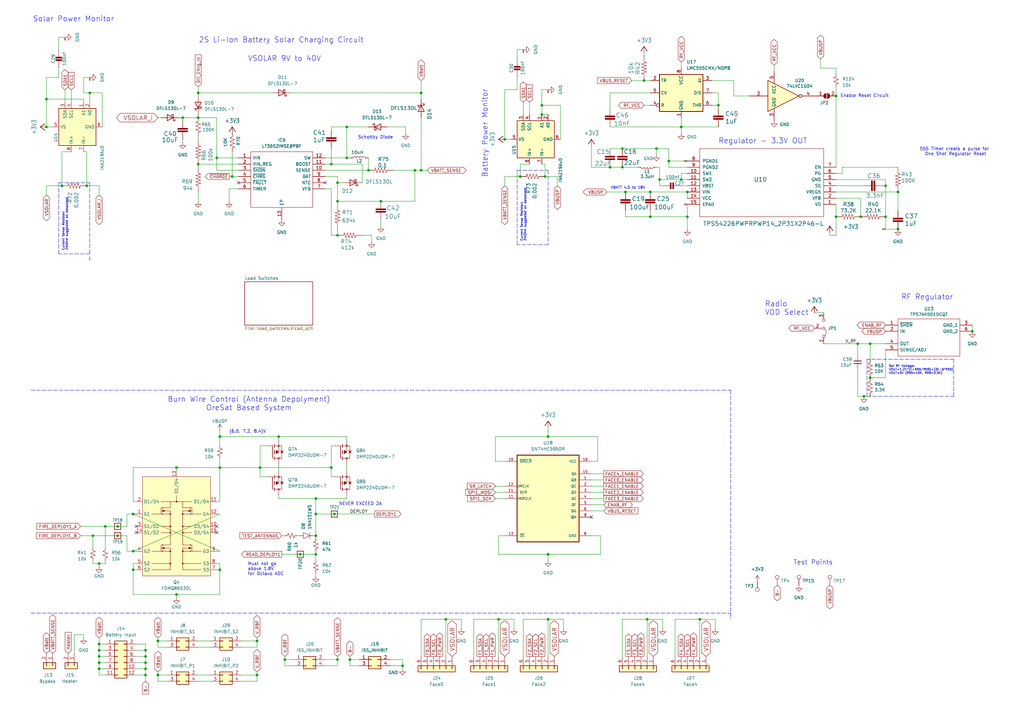
<source format=kicad_sch>
(kicad_sch (version 20250114) (generator "eeschema") (generator_version "9.0")
  (paper "A3")
  (text "Regulator - 3.3V OUT" (at 294.64 59.182 0) (effects (font (size 2.159 2.159)) (justify left bottom)))
  (text "Burn Wire Control (Antenna Depolyment)\nOreSat Based System" (at 102.108 168.656 0) (effects (font (size 2.159 2.159)) (justify bottom)))
  (text "NEVER EXCEED 2A" (at 147.828 206.756 0) (effects (font (size 1.27 1.27))))
  (text "555 Timer creats a pulse for \nOne Shot Regulator Reset" (at 391.922 62.23 0) (effects (font (size 1.27 1.27))))
  (text "Must not go \nabove 1.8V \nfor Octavo ADC" (at 101.6 236.22 0) (effects (font (size 1.27 1.27)) (justify left bottom)))
  (text "Solar Power Monitor" (at 13.462 9.144 0) (effects (font (size 2.159 2.159)) (justify left bottom)))
  (text "Radio\nVDD Select" (at 313.69 129.54 0) (effects (font (size 2.159 2.159)) (justify left bottom)))
  (text "Current Sense Resistor:\n2mOhm suggested on datasheet\n" (at 215.9 99.06 90) (effects (font (size 0.889 0.889)) (justify left bottom)))
  (text "Set RF Voltage:\nVOUT=1.21*(1+R55/R59)+(3E-6*R55)\nVOUT=5V (R55=10K, R59=3.3K)\n" (at 364.49 153.67 0) (effects (font (size 0.889 0.889)) (justify left bottom)))
  (text "Battery Power Monitor" (at 200.152 72.898 90) (effects (font (size 2.159 2.159)) (justify left bottom)))
  (text "VBATT 4.5 to 18V" (at 250.444 77.724 0) (effects (font (size 1.0668 1.0668)) (justify left bottom)))
  (text "VSOLAR 9V to 40V" (at 101.6 25.4 0) (effects (font (size 2.159 2.159)) (justify left bottom)))
  (text "(6.0, 7.2, 8.4)V" (at 93.98 177.8 0) (effects (font (size 1.27 1.27)) (justify left bottom)))
  (text "RF Regulator" (at 369.57 123.19 0) (effects (font (size 2.159 2.159)) (justify left bottom)))
  (text "Enable Reset Circuit" (at 354.584 39.37 0) (effects (font (size 1.27 1.27))))
  (text "2S Li-Ion Battery Solar Charging Circuit" (at 81.534 17.78 0) (effects (font (size 2.159 2.159)) (justify left bottom)))
  (text "Schottky Diode\n" (at 161.29 57.15 0) (effects (font (size 1.27 1.27)) (justify right bottom)))
  (text "Test Points" (at 325.374 231.902 0) (effects (font (size 1.905 1.905)) (justify left bottom)))
  (text "Current Sense Resistor:\n2mOhm suggested on datasheet\n" (at 27.94 102.87 90) (effects (font (size 0.889 0.889)) (justify left bottom)))
  (junction (at 40.64 271.78))
  (junction (at 105.41 276.86))
  (junction (at 279.4 52.07))
  (junction (at 287.02 254))
  (junction (at 59.69 276.86))
  (junction (at 135.89 191.77))
  (junction (at 54.61 210.82))
  (junction (at 35.56 76.2))
  (junction (at 129.54 204.47))
  (junction (at 137.16 210.82))
  (junction (at 40.64 264.16))
  (junction (at 256.54 78.74))
  (junction (at 351.79 140.97))
  (junction (at 81.28 67.31))
  (junction (at 398.78 135.89))
  (junction (at 224.79 254))
  (junction (at 204.47 254))
  (junction (at 48.26 219.71))
  (junction (at 279.4 73.66))
  (junction (at 165.1 273.05))
  (junction (at 25.4 76.2))
  (junction (at 90.17 179.07))
  (junction (at 142.24 64.77))
  (junction (at 90.17 233.68))
  (junction (at 250.19 68.58))
  (junction (at 356.87 140.97))
  (junction (at 72.39 243.84))
  (junction (at 353.06 88.9))
  (junction (at 64.77 276.86))
  (junction (at 281.94 78.74))
  (junction (at 142.24 52.07))
  (junction (at 222.25 46.99))
  (junction (at 135.89 67.31))
  (junction (at 156.21 82.55))
  (junction (at 223.52 72.39))
  (junction (at 105.41 262.89))
  (junction (at 342.9 88.9))
  (junction (at 170.18 69.85))
  (junction (at 368.3 78.74))
  (junction (at 48.26 215.9))
  (junction (at 59.69 274.32))
  (junction (at 54.61 226.06))
  (junction (at 74.93 48.26))
  (junction (at 95.25 72.39))
  (junction (at 40.64 269.24))
  (junction (at 182.88 254))
  (junction (at 363.22 88.9))
  (junction (at 342.9 39.37))
  (junction (at 19.05 40.64))
  (junction (at 36.83 38.1))
  (junction (at 138.43 96.52))
  (junction (at 123.19 227.33))
  (junction (at 264.16 33.02))
  (junction (at 222.25 43.18))
  (junction (at 255.27 68.58))
  (junction (at 172.72 69.85))
  (junction (at 90.17 191.77))
  (junction (at 88.9 64.77))
  (junction (at 363.22 76.2))
  (junction (at 40.64 274.32))
  (junction (at 224.79 227.33))
  (junction (at 38.1 219.71))
  (junction (at 64.77 262.89))
  (junction (at 129.54 219.71))
  (junction (at 59.69 266.7))
  (junction (at 138.43 74.93))
  (junction (at 255.27 60.96))
  (junction (at 294.64 43.18))
  (junction (at 270.51 73.66))
  (junction (at 266.7 78.74))
  (junction (at 129.54 227.33))
  (junction (at 114.3 179.07))
  (junction (at 266.7 88.9))
  (junction (at 81.28 48.26))
  (junction (at 274.32 66.04))
  (junction (at 72.39 191.77))
  (junction (at 54.61 233.68))
  (junction (at 354.33 162.56))
  (junction (at 40.64 231.14))
  (junction (at 207.01 57.15))
  (junction (at 43.18 215.9))
  (junction (at 368.3 93.98))
  (junction (at 129.54 210.82))
  (junction (at 172.72 38.1))
  (junction (at 356.87 154.94))
  (junction (at 40.64 266.7))
  (junction (at 59.69 271.78))
  (junction (at 281.94 88.9))
  (junction (at 213.36 72.39))
  (junction (at 224.79 179.07))
  (junction (at 265.43 254))
  (junction (at 81.28 38.1))
  (junction (at 106.68 191.77))
  (junction (at 116.84 270.51))
  (junction (at 143.51 270.51))
  (junction (at 269.24 60.96))
  (junction (at 19.05 52.07))
  (junction (at 138.43 270.51))
  (junction (at 151.13 69.85))
  (junction (at 138.43 82.55))
  (junction (at 59.69 269.24))
  (no_connect (at 88.9 218.44))
  (no_connect (at 242.57 212.09))
  (no_connect (at 133.35 74.93))
  (no_connect (at 88.9 215.9))
  (no_connect (at 97.79 74.93))
  (no_connect (at 55.88 215.9))
  (no_connect (at 55.88 218.44))
  (wire (pts (xy 255.27 68.58) (xy 261.62 68.58)))
  (wire (pts (xy 210.82 257.81) (xy 210.82 254)))
  (wire (pts (xy 34.29 260.35) (xy 34.29 261.62)))
  (wire (pts (xy 204.47 227.33) (xy 224.79 227.33)))
  (wire (pts (xy 351.79 162.56) (xy 354.33 162.56)))
  (wire (pts (xy 72.39 191.77) (xy 90.17 191.77)))
  (wire (pts (xy 66.04 48.26) (xy 64.77 48.26)))
  (wire (pts (xy 116.84 270.51) (xy 116.84 273.05)))
  (wire (pts (xy 35.56 76.2) (xy 35.56 62.23)))
  (wire (pts (xy 142.24 190.5) (xy 142.24 193.04)))
  (wire (pts (xy 40.64 231.14) (xy 43.18 231.14)))
  (wire (pts (xy 224.79 179.07) (xy 224.79 175.26)))
  (wire (pts (xy 105.41 265.43) (xy 105.41 262.89)))
  (wire (pts (xy 54.61 231.14) (xy 54.61 233.68)))
  (wire (pts (xy 90.17 226.06) (xy 88.9 226.06)))
  (wire (pts (xy 114.3 179.07) (xy 142.24 179.07)))
  (wire (pts (xy 59.69 269.24) (xy 59.69 271.78)))
  (wire (pts (xy 116.84 273.05) (xy 120.65 273.05)))
  (wire (pts (xy 19.05 52.07) (xy 21.59 52.07)))
  (wire (pts (xy 40.64 269.24) (xy 40.64 271.78)))
  (wire (pts (xy 279.4 25.4) (xy 279.4 27.94)))
  (wire (pts (xy 256.54 78.74) (xy 248.92 78.74)))
  (wire (pts (xy 223.52 67.31) (xy 222.25 67.31)))
  (wire (pts (xy 142.24 204.47) (xy 129.54 204.47)))
  (wire (pts (xy 34.29 38.1) (xy 34.29 31.75)))
  (wire (pts (xy 271.78 254) (xy 265.43 254)))
  (wire (pts (xy 279.4 52.07) (xy 279.4 48.26)))
  (wire (pts (xy 259.08 33.02) (xy 264.16 33.02)))
  (wire (pts (xy 40.64 271.78) (xy 43.18 271.78)))
  (wire (pts (xy 90.17 233.68) (xy 90.17 243.84)))
  (wire (pts (xy 363.22 76.2) (xy 363.22 88.9)))
  (wire (pts (xy 40.64 266.7) (xy 40.64 269.24)))
  (wire (pts (xy 40.64 80.01) (xy 40.64 76.2)))
  (wire (pts (xy 274.32 66.04) (xy 274.32 68.58)))
  (wire (pts (xy 81.28 67.31) (xy 97.79 67.31)))
  (wire (pts (xy 40.64 232.41) (xy 40.64 231.14)))
  (wire (pts (xy 246.38 219.71) (xy 246.38 227.33)))
  (wire (pts (xy 106.68 191.77) (xy 106.68 195.58)))
  (wire (pts (xy 143.51 273.05) (xy 147.32 273.05)))
  (wire (pts (xy 170.18 69.85) (xy 161.29 69.85)))
  (wire (pts (xy 81.28 279.4) (xy 86.36 279.4)))
  (wire (pts (xy 194.31 269.24) (xy 194.31 254)))
  (wire (pts (xy 129.54 226.06) (xy 129.54 227.33)))
  (wire (pts (xy 138.43 96.52) (xy 135.89 96.52)))
  (wire (pts (xy 353.06 81.28) (xy 353.06 88.9)))
  (wire (pts (xy 25.4 76.2) (xy 19.05 76.2)))
  (wire (pts (xy 41.91 38.1) (xy 36.83 38.1)))
  (wire (pts (xy 55.88 264.16) (xy 59.69 264.16)))
  (wire (pts (xy 90.17 187.96) (xy 90.17 191.77)))
  (wire (pts (xy 90.17 176.53) (xy 90.17 179.07)))
  (wire (pts (xy 135.89 52.07) (xy 135.89 53.34)))
  (wire (pts (xy 72.39 243.84) (xy 54.61 243.84)))
  (wire (pts (xy 54.61 243.84) (xy 54.61 233.68)))
  (polyline (pts (xy 36.83 105.41) (xy 36.83 106.68)))
  (wire (pts (xy 90.17 210.82) (xy 88.9 210.82)))
  (wire (pts (xy 54.61 191.77) (xy 72.39 191.77)))
  (wire (pts (xy 52.07 215.9) (xy 52.07 210.82)))
  (wire (pts (xy 250.19 52.07) (xy 279.4 52.07)))
  (wire (pts (xy 64.77 262.89) (xy 64.77 265.43)))
  (wire (pts (xy 351.79 146.05) (xy 351.79 140.97)))
  (wire (pts (xy 142.24 64.77) (xy 143.51 64.77)))
  (wire (pts (xy 292.1 38.1) (xy 294.64 38.1)))
  (wire (pts (xy 160.02 273.05) (xy 165.1 273.05)))
  (wire (pts (xy 212.09 20.32) (xy 212.09 24.13)))
  (wire (pts (xy 242.57 219.71) (xy 246.38 219.71)))
  (wire (pts (xy 250.19 38.1) (xy 266.7 38.1)))
  (wire (pts (xy 143.51 269.24) (xy 143.51 270.51)))
  (wire (pts (xy 203.2 189.23) (xy 203.2 179.07)))
  (wire (pts (xy 172.72 48.26) (xy 172.72 69.85)))
  (polyline (pts (xy 24.13 74.93) (xy 36.83 74.93)) (stroke (width 0) (type dash)))
  (wire (pts (xy 55.88 269.24) (xy 59.69 269.24)))
  (wire (pts (xy 38.1 229.87) (xy 38.1 231.14)))
  (wire (pts (xy 129.54 204.47) (xy 114.3 204.47)))
  (wire (pts (xy 95.25 62.23) (xy 95.25 72.39)))
  (wire (pts (xy 81.28 38.1) (xy 81.28 39.37)))
  (wire (pts (xy 54.61 226.06) (xy 90.17 210.82)))
  (wire (pts (xy 363.22 154.94) (xy 363.22 143.51)))
  (wire (pts (xy 368.3 68.58) (xy 345.44 68.58)))
  (wire (pts (xy 74.93 48.26) (xy 81.28 48.26)))
  (wire (pts (xy 281.94 81.28) (xy 281.94 78.74)))
  (wire (pts (xy 121.92 219.71) (xy 123.19 219.71)))
  (wire (pts (xy 129.54 236.22) (xy 129.54 234.95)))
  (wire (pts (xy 231.14 254) (xy 231.14 257.81)))
  (wire (pts (xy 59.69 264.16) (xy 59.69 266.7)))
  (wire (pts (xy 43.18 215.9) (xy 48.26 215.9)))
  (wire (pts (xy 223.52 72.39) (xy 228.6 72.39)))
  (wire (pts (xy 26.67 15.24) (xy 24.13 15.24)))
  (wire (pts (xy 270.51 73.66) (xy 279.4 73.66)))
  (wire (pts (xy 246.38 227.33) (xy 224.79 227.33)))
  (wire (pts (xy 55.88 205.74) (xy 54.61 205.74)))
  (wire (pts (xy 54.61 233.68) (xy 55.88 233.68)))
  (wire (pts (xy 36.83 38.1) (xy 34.29 38.1)))
  (wire (pts (xy 123.19 227.33) (xy 129.54 227.33)))
  (wire (pts (xy 156.21 82.55) (xy 170.18 82.55)))
  (wire (pts (xy 207.01 57.15) (xy 209.55 57.15)))
  (wire (pts (xy 74.93 57.15) (xy 74.93 58.42)))
  (wire (pts (xy 116.84 269.24) (xy 116.84 270.51)))
  (wire (pts (xy 88.9 69.85) (xy 97.79 69.85)))
  (wire (pts (xy 33.02 215.9) (xy 43.18 215.9)))
  (wire (pts (xy 156.21 90.17) (xy 156.21 92.71)))
  (wire (pts (xy 337.82 140.97) (xy 351.79 140.97)))
  (wire (pts (xy 59.69 276.86) (xy 59.69 279.4)))
  (wire (pts (xy 38.1 219.71) (xy 38.1 224.79)))
  (wire (pts (xy 222.25 46.99) (xy 224.79 46.99)))
  (wire (pts (xy 137.16 210.82) (xy 129.54 210.82)))
  (wire (pts (xy 217.17 46.99) (xy 217.17 41.91)))
  (wire (pts (xy 64.77 275.59) (xy 64.77 276.86)))
  (wire (pts (xy 194.31 254) (xy 204.47 254)))
  (wire (pts (xy 93.98 72.39) (xy 95.25 72.39)))
  (polyline (pts (xy 391.16 162.56) (xy 391.16 147.32)) (stroke (width 0) (type dash)))
  (wire (pts (xy 148.59 67.31) (xy 148.59 74.93)))
  (wire (pts (xy 105.41 275.59) (xy 105.41 276.86)))
  (wire (pts (xy 138.43 82.55) (xy 138.43 83.82)))
  (wire (pts (xy 363.22 73.66) (xy 363.22 76.2)))
  (wire (pts (xy 128.27 219.71) (xy 129.54 219.71)))
  (polyline (pts (xy 12.7 160.02) (xy 299.72 160.02)) (stroke (width 0) (type dash)))
  (wire (pts (xy 26.67 41.91) (xy 26.67 36.83)))
  (wire (pts (xy 189.23 254) (xy 189.23 257.81)))
  (wire (pts (xy 279.4 54.61) (xy 279.4 52.07)))
  (polyline (pts (xy 224.79 100.33) (xy 212.09 100.33)) (stroke (width 0) (type dash)))
  (polyline (pts (xy 299.72 160.02) (xy 299.72 254)) (stroke (width 0) (type dash)))
  (wire (pts (xy 105.41 261.62) (xy 105.41 262.89)))
  (wire (pts (xy 342.9 78.74) (xy 368.3 78.74)))
  (wire (pts (xy 203.2 201.93) (xy 207.01 201.93)))
  (wire (pts (xy 266.7 88.9) (xy 281.94 88.9)))
  (wire (pts (xy 336.55 27.94) (xy 336.55 24.13)))
  (polyline (pts (xy 212.09 69.85) (xy 224.79 69.85)) (stroke (width 0) (type dash)))
  (wire (pts (xy 135.89 96.52) (xy 135.89 77.47)))
  (wire (pts (xy 30.48 267.97) (xy 30.48 260.35)))
  (wire (pts (xy 133.35 64.77) (xy 142.24 64.77)))
  (wire (pts (xy 59.69 274.32) (xy 59.69 276.86)))
  (wire (pts (xy 281.94 88.9) (xy 281.94 93.98)))
  (wire (pts (xy 34.29 41.91) (xy 34.29 40.64)))
  (wire (pts (xy 276.86 269.24) (xy 276.86 254)))
  (wire (pts (xy 229.87 43.18) (xy 222.25 43.18)))
  (wire (pts (xy 97.79 72.39) (xy 95.25 72.39)))
  (wire (pts (xy 138.43 74.93) (xy 138.43 82.55)))
  (wire (pts (xy 114.3 179.07) (xy 114.3 180.34)))
  (wire (pts (xy 264.16 33.02) (xy 266.7 33.02)))
  (wire (pts (xy 345.44 68.58) (xy 345.44 71.12)))
  (wire (pts (xy 115.57 219.71) (xy 116.84 219.71)))
  (wire (pts (xy 255.27 269.24) (xy 255.27 254)))
  (wire (pts (xy 245.11 179.07) (xy 245.11 189.23)))
  (wire (pts (xy 269.24 60.96) (xy 274.32 60.96)))
  (wire (pts (xy 133.35 72.39) (xy 138.43 72.39)))
  (wire (pts (xy 129.54 210.82) (xy 129.54 204.47)))
  (wire (pts (xy 135.89 191.77) (xy 135.89 195.58)))
  (wire (pts (xy 81.28 35.56) (xy 81.28 38.1)))
  (wire (pts (xy 340.36 96.52) (xy 340.36 95.25)))
  (wire (pts (xy 81.28 262.89) (xy 86.36 262.89)))
  (wire (pts (xy 64.77 261.62) (xy 64.77 262.89)))
  (wire (pts (xy 342.9 88.9) (xy 342.9 96.52)))
  (wire (pts (xy 213.36 72.39) (xy 213.36 67.31)))
  (wire (pts (xy 242.57 59.69) (xy 242.57 68.58)))
  (wire (pts (xy 64.77 279.4) (xy 68.58 279.4)))
  (wire (pts (xy 266.7 88.9) (xy 266.7 86.36)))
  (wire (pts (xy 74.93 49.53) (xy 74.93 48.26)))
  (wire (pts (xy 160.02 270.51) (xy 165.1 270.51)))
  (wire (pts (xy 138.43 270.51) (xy 138.43 273.05)))
  (wire (pts (xy 172.72 69.85) (xy 175.26 69.85)))
  (wire (pts (xy 203.2 199.39) (xy 207.01 199.39)))
  (wire (pts (xy 73.66 48.26) (xy 74.93 48.26)))
  (wire (pts (xy 29.21 41.91) (xy 29.21 36.83)))
  (wire (pts (xy 158.75 52.07) (xy 166.37 52.07)))
  (wire (pts (xy 40.64 269.24) (xy 43.18 269.24)))
  (wire (pts (xy 276.86 254) (xy 287.02 254)))
  (wire (pts (xy 363.22 93.98) (xy 363.22 88.9)))
  (wire (pts (xy 172.72 33.02) (xy 172.72 38.1)))
  (wire (pts (xy 148.59 96.52) (xy 152.4 96.52)))
  (wire (pts (xy 165.1 273.05) (xy 165.1 274.32)))
  (wire (pts (xy 135.89 77.47) (xy 133.35 77.47)))
  (wire (pts (xy 138.43 82.55) (xy 156.21 82.55)))
  (wire (pts (xy 292.1 33.02) (xy 300.99 33.02)))
  (wire (pts (xy 342.9 76.2) (xy 354.33 76.2)))
  (wire (pts (xy 264.16 43.18) (xy 266.7 43.18)))
  (wire (pts (xy 269.24 68.58) (xy 270.51 68.58)))
  (wire (pts (xy 142.24 203.2) (xy 142.24 204.47)))
  (wire (pts (xy 54.61 210.82) (xy 55.88 210.82)))
  (wire (pts (xy 72.39 245.11) (xy 72.39 243.84)))
  (wire (pts (xy 129.54 219.71) (xy 129.54 220.98)))
  (wire (pts (xy 81.28 67.31) (xy 81.28 68.58)))
  (wire (pts (xy 224.79 227.33) (xy 224.79 229.87)))
  (wire (pts (xy 204.47 254) (xy 204.47 269.24)))
  (wire (pts (xy 212.09 31.75) (xy 212.09 36.83)))
  (wire (pts (xy 342.9 73.66) (xy 363.22 73.66)))
  (wire (pts (xy 354.33 162.56) (xy 356.87 162.56)))
  (wire (pts (xy 279.4 52.07) (xy 294.64 52.07)))
  (wire (pts (xy 81.28 265.43) (xy 86.36 265.43)))
  (wire (pts (xy 223.52 72.39) (xy 223.52 67.31)))
  (wire (pts (xy 170.18 69.85) (xy 172.72 69.85)))
  (wire (pts (xy 97.79 77.47) (xy 93.98 77.47)))
  (wire (pts (xy 182.88 254) (xy 182.88 269.24)))
  (wire (pts (xy 342.9 83.82) (xy 342.9 88.9)))
  (wire (pts (xy 361.95 76.2) (xy 363.22 76.2)))
  (wire (pts (xy 35.56 62.23) (xy 34.29 62.23)))
  (wire (pts (xy 138.43 72.39) (xy 138.43 74.93)))
  (wire (pts (xy 229.87 57.15) (xy 229.87 43.18)))
  (wire (pts (xy 135.89 67.31) (xy 133.35 67.31)))
  (polyline (pts (xy 24.13 104.14) (xy 24.13 74.93)) (stroke (width 0) (type dash)))
  (wire (pts (xy 54.61 210.82) (xy 90.17 226.06)))
  (wire (pts (xy 115.57 227.33) (xy 123.19 227.33)))
  (wire (pts (xy 90.17 243.84) (xy 72.39 243.84)))
  (polyline (pts (xy 355.6 147.32) (xy 355.6 162.56)) (stroke (width 0) (type dash)))
  (wire (pts (xy 214.63 254) (xy 224.79 254)))
  (wire (pts (xy 52.07 226.06) (xy 54.61 226.06)))
  (wire (pts (xy 90.17 233.68) (xy 88.9 233.68)))
  (wire (pts (xy 72.39 193.04) (xy 72.39 191.77)))
  (wire (pts (xy 247.65 199.39) (xy 242.57 199.39)))
  (wire (pts (xy 287.02 269.24) (xy 287.02 254)))
  (wire (pts (xy 214.63 20.32) (xy 212.09 20.32)))
  (wire (pts (xy 133.35 69.85) (xy 151.13 69.85)))
  (wire (pts (xy 274.32 68.58) (xy 281.94 68.58)))
  (wire (pts (xy 19.05 80.01) (xy 19.05 76.2)))
  (wire (pts (xy 317.5 26.67) (xy 317.5 29.21)))
  (wire (pts (xy 342.9 96.52) (xy 340.36 96.52)))
  (polyline (pts (xy 224.79 69.85) (xy 224.79 100.33)) (stroke (width 0) (type dash)))
  (polyline (pts (xy 391.16 147.32) (xy 355.6 147.32)) (stroke (width 0) (type dash)))
  (wire (pts (xy 342.9 39.37) (xy 342.9 68.58)))
  (wire (pts (xy 151.13 64.77) (xy 151.13 69.85)))
  (wire (pts (xy 135.89 60.96) (xy 135.89 67.31)))
  (wire (pts (xy 172.72 269.24) (xy 172.72 254)))
  (wire (pts (xy 293.37 254) (xy 293.37 257.81)))
  (wire (pts (xy 88.9 231.14) (xy 90.17 231.14)))
  (wire (pts (xy 245.11 179.07) (xy 224.79 179.07)))
  (wire (pts (xy 55.88 266.7) (xy 59.69 266.7)))
  (wire (pts (xy 250.19 68.58) (xy 255.27 68.58)))
  (wire (pts (xy 170.18 82.55) (xy 170.18 69.85)))
  (wire (pts (xy 133.35 270.51) (xy 138.43 270.51)))
  (wire (pts (xy 81.28 46.99) (xy 81.28 48.26)))
  (wire (pts (xy 106.68 195.58) (xy 109.22 195.58)))
  (wire (pts (xy 90.17 191.77) (xy 106.68 191.77)))
  (wire (pts (xy 152.4 96.52) (xy 152.4 99.06)))
  (wire (pts (xy 247.65 204.47) (xy 242.57 204.47)))
  (wire (pts (xy 116.84 270.51) (xy 120.65 270.51)))
  (wire (pts (xy 25.4 76.2) (xy 25.4 62.23)))
  (wire (pts (xy 189.23 254) (xy 182.88 254)))
  (wire (pts (xy 368.3 78.74) (xy 368.3 86.36)))
  (wire (pts (xy 242.57 189.23) (xy 245.11 189.23)))
  (wire (pts (xy 138.43 93.98) (xy 138.43 96.52)))
  (wire (pts (xy 43.18 274.32) (xy 40.64 274.32)))
  (wire (pts (xy 135.89 191.77) (xy 135.89 182.88)))
  (wire (pts (xy 142.24 64.77) (xy 142.24 52.07)))
  (wire (pts (xy 204.47 219.71) (xy 204.47 227.33)))
  (wire (pts (xy 24.13 31.75) (xy 19.05 31.75)))
  (wire (pts (xy 271.78 257.81) (xy 271.78 254)))
  (wire (pts (xy 93.98 77.47) (xy 93.98 82.55)))
  (wire (pts (xy 129.54 219.71) (xy 129.54 210.82)))
  (wire (pts (xy 247.65 194.31) (xy 242.57 194.31)))
  (wire (pts (xy 88.9 64.77) (xy 97.79 64.77)))
  (wire (pts (xy 114.3 190.5) (xy 114.3 193.04)))
  (wire (pts (xy 363.22 93.98) (xy 368.3 93.98)))
  (wire (pts (xy 19.05 52.07) (xy 19.05 40.64)))
  (wire (pts (xy 210.82 254) (xy 204.47 254)))
  (wire (pts (xy 81.28 38.1) (xy 111.76 38.1)))
  (wire (pts (xy 64.77 262.89) (xy 68.58 262.89)))
  (wire (pts (xy 250.19 44.45) (xy 250.19 38.1)))
  (wire (pts (xy 300.99 39.37) (xy 307.34 39.37)))
  (polyline (pts (xy 36.83 105.41) (xy 36.83 106.68)))
  (wire (pts (xy 99.06 265.43) (xy 105.41 265.43)))
  (wire (pts (xy 342.9 35.56) (xy 342.9 39.37)))
  (wire (pts (xy 242.57 68.58) (xy 250.19 68.58)))
  (wire (pts (xy 334.01 128.27) (xy 337.82 128.27)))
  (wire (pts (xy 43.18 231.14) (xy 43.18 229.87)))
  (wire (pts (xy 52.07 219.71) (xy 52.07 226.06)))
  (wire (pts (xy 25.4 62.23) (xy 29.21 62.23)))
  (wire (pts (xy 105.41 262.89) (xy 99.06 262.89)))
  (wire (pts (xy 36.83 31.75) (xy 34.29 31.75)))
  (wire (pts (xy 64.77 276.86) (xy 64.77 279.4)))
  (wire (pts (xy 356.87 147.32) (xy 356.87 140.97)))
  (wire (pts (xy 59.69 271.78) (xy 59.69 274.32)))
  (wire (pts (xy 266.7 78.74) (xy 281.94 78.74)))
  (wire (pts (xy 36.83 41.91) (xy 36.83 38.1)))
  (wire (pts (xy 255.27 254) (xy 265.43 254)))
  (wire (pts (xy 222.25 43.18) (xy 222.25 36.83)))
  (wire (pts (xy 351.79 151.13) (xy 351.79 162.56)))
  (wire (pts (xy 356.87 140.97) (xy 363.22 140.97)))
  (wire (pts (xy 203.2 179.07) (xy 224.79 179.07)))
  (wire (pts (xy 90.17 191.77) (xy 90.17 205.74)))
  (wire (pts (xy 99.06 279.4) (xy 105.41 279.4)))
  (polyline (pts (xy 36.83 104.14) (xy 24.13 104.14)) (stroke (width 0) (type dash)))
  (wire (pts (xy 247.65 207.01) (xy 242.57 207.01)))
  (wire (pts (xy 35.56 76.2) (xy 40.64 76.2)))
  (wire (pts (xy 213.36 67.31) (xy 217.17 67.31)))
  (wire (pts (xy 55.88 271.78) (xy 59.69 271.78)))
  (wire (pts (xy 81.28 48.26) (xy 88.9 48.26)))
  (wire (pts (xy 40.64 266.7) (xy 43.18 266.7)))
  (wire (pts (xy 54.61 226.06) (xy 55.88 226.06)))
  (wire (pts (xy 90.17 231.14) (xy 90.17 233.68)))
  (wire (pts (xy 90.17 179.07) (xy 114.3 179.07)))
  (wire (pts (xy 135.89 195.58) (xy 137.16 195.58)))
  (wire (pts (xy 203.2 189.23) (xy 207.01 189.23)))
  (wire (pts (xy 24.13 15.24) (xy 24.13 20.32)))
  (wire (pts (xy 40.64 264.16) (xy 43.18 264.16)))
  (wire (pts (xy 81.28 78.74) (xy 81.28 82.55)))
  (wire (pts (xy 143.51 270.51) (xy 143.51 273.05)))
  (wire (pts (xy 300.99 33.02) (xy 300.99 39.37)))
  (wire (pts (xy 247.65 201.93) (xy 242.57 201.93)))
  (polyline (pts (xy 36.83 74.93) (xy 36.83 104.14)) (stroke (width 0) (type dash)))
  (wire (pts (xy 279.4 73.66) (xy 279.4 71.12)))
  (wire (pts (xy 255.27 60.96) (xy 269.24 60.96)))
  (wire (pts (xy 142.24 52.07) (xy 151.13 52.07)))
  (wire (pts (xy 55.88 231.14) (xy 54.61 231.14)))
  (wire (pts (xy 138.43 269.24) (xy 138.43 270.51)))
  (wire (pts (xy 204.47 219.71) (xy 207.01 219.71)))
  (wire (pts (xy 294.64 38.1) (xy 294.64 43.18)))
  (wire (pts (xy 270.51 76.2) (xy 270.51 73.66)))
  (wire (pts (xy 138.43 74.93) (xy 140.97 74.93)))
  (wire (pts (xy 30.48 260.35) (xy 34.29 260.35)))
  (wire (pts (xy 250.19 60.96) (xy 255.27 60.96)))
  (wire (pts (xy 33.02 219.71) (xy 38.1 219.71)))
  (wire (pts (xy 165.1 270.51) (xy 165.1 273.05)))
  (wire (pts (xy 38.1 219.71) (xy 48.26 219.71)))
  (wire (pts (xy 294.64 43.18) (xy 294.64 44.45)))
  (wire (pts (xy 270.51 73.66) (xy 270.51 68.58)))
  (wire (pts (xy 224.79 254) (xy 231.14 254)))
  (wire (pts (xy 52.07 210.82) (xy 54.61 210.82)))
  (wire (pts (xy 40.64 274.32) (xy 40.64 271.78)))
  (wire (pts (xy 269.24 63.5) (xy 269.24 60.96)))
  (wire (pts (xy 256.54 88.9) (xy 266.7 88.9)))
  (wire (pts (xy 114.3 204.47) (xy 114.3 203.2)))
  (wire (pts (xy 270.51 76.2) (xy 271.78 76.2)))
  (polyline (pts (xy 299.72 251.46) (xy 299.72 252.73)))
  (wire (pts (xy 214.63 46.99) (xy 214.63 41.91)))
  (wire (pts (xy 143.51 270.51) (xy 147.32 270.51)))
  (wire (pts (xy 137.16 210.82) (xy 153.67 210.82)))
  (wire (pts (xy 64.77 265.43) (xy 68.58 265.43)))
  (wire (pts (xy 90.17 205.74) (xy 88.9 205.74)))
  (wire (pts (xy 247.65 196.85) (xy 242.57 196.85)))
  (wire (pts (xy 40.64 276.86) (xy 40.64 274.32)))
  (wire (pts (xy 133.35 273.05) (xy 138.43 273.05)))
  (wire (pts (xy 279.4 76.2) (xy 281.94 76.2)))
  (wire (pts (xy 287.02 254) (xy 293.37 254)))
  (wire (pts (xy 40.64 261.62) (xy 40.64 264.16)))
  (polyline (pts (xy 12.7 251.46) (xy 299.72 251.46)) (stroke (width 0) (type dash)))
  (wire (pts (xy 274.32 60.96) (xy 274.32 66.04)))
  (wire (pts (xy 43.18 276.86) (xy 40.64 276.86)))
  (wire (pts (xy 55.88 276.86) (xy 59.69 276.86)))
  (wire (pts (xy 342.9 27.94) (xy 336.55 27.94)))
  (wire (pts (xy 40.64 264.16) (xy 40.64 266.7)))
  (wire (pts (xy 90.17 179.07) (xy 90.17 182.88)))
  (wire (pts (xy 88.9 48.26) (xy 88.9 64.77)))
  (wire (pts (xy 106.68 191.77) (xy 135.89 191.77)))
  (wire (pts (xy 281.94 66.04) (xy 274.32 66.04)))
  (wire (pts (xy 228.6 76.2) (xy 228.6 72.39)))
  (wire (pts (xy 207.01 57.15) (xy 207.01 36.83)))
  (wire (pts (xy 24.13 27.94) (xy 24.13 31.75)))
  (wire (pts (xy 281.94 71.12) (xy 279.4 71.12)))
  (wire (pts (xy 292.1 43.18) (xy 294.64 43.18)))
  (wire (pts (xy 106.68 182.88) (xy 109.22 182.88)))
  (wire (pts (xy 81.28 276.86) (xy 86.36 276.86)))
  (wire (pts (xy 105.41 276.86) (xy 99.06 276.86)))
  (wire (pts (xy 148.59 67.31) (xy 135.89 67.31)))
  (wire (pts (xy 64.77 276.86) (xy 68.58 276.86)))
  (wire (pts (xy 345.44 71.12) (xy 342.9 71.12)))
  (wire (pts (xy 38.1 231.14) (xy 40.64 231.14)))
  (wire (pts (xy 48.26 215.9) (xy 52.07 215.9)))
  (wire (pts (xy 88.9 64.77) (xy 88.9 69.85)))
  (wire (pts (xy 264.16 21.59) (xy 264.16 22.86)))
  (wire (pts (xy 212.09 36.83) (xy 207.01 36.83)))
  (wire (pts (xy 224.79 36.83) (xy 222.25 36.83)))
  (wire (pts (xy 256.54 88.9) (xy 256.54 86.36)))
  (wire (pts (xy 59.69 266.7) (xy 59.69 269.24)))
  (wire (pts (xy 142.24 179.07) (xy 142.24 180.34)))
  (wire (pts (xy 247.65 209.55) (xy 242.57 209.55)))
  (wire (pts (xy 207.01 76.2) (xy 207.01 72.39)))
  (wire (pts (xy 214.63 269.24) (xy 214.63 254)))
  (wire (pts (xy 34.29 40.64) (xy 19.05 40.64)))
  (wire (pts (xy 281.94 73.66) (xy 279.4 73.66)))
  (wire (pts (xy 213.36 72.39) (xy 207.01 72.39)))
  (wire (pts (xy 48.26 219.71) (xy 52.07 219.71)))
  (wire (pts (xy 119.38 38.1) (xy 172.72 38.1)))
  (wire (pts (xy 129.54 227.33) (xy 129.54 229.87)))
  (wire (pts (xy 356.87 154.94) (xy 363.22 154.94)))
  (wire (pts (xy 55.88 274.32) (xy 59.69 274.32)))
  (wire (pts (xy 54.61 205.74) (xy 54.61 191.77)))
  (wire (pts (xy 256.54 78.74) (xy 266.7 78.74)))
  (wire (pts (xy 342.9 27.94) (xy 342.9 30.48)))
  (wire (pts (xy 265.43 254) (xy 265.43 269.24)))
  (wire (pts (xy 81.28 55.88) (xy 81.28 57.15)))
  (polyline (pts (xy 355.6 162.56) (xy 391.16 162.56)) (stroke (width 0) (type dash)))
  (wire (pts (xy 342.9 81.28) (xy 353.06 81.28)))
  (wire (pts (xy 43.18 215.9) (xy 43.18 224.79)))
  (wire (pts (xy 224.79 269.24) (xy 224.79 254)))
  (polyline (pts (xy 212.09 100.33) (xy 212.09 69.85)) (stroke (width 0) (type dash)))
  (wire (pts (xy 135.89 182.88) (xy 137.16 182.88)))
  (wire (pts (xy 19.05 40.64) (xy 19.05 31.75)))
  (wire (pts (xy 41.91 52.07) (xy 41.91 38.1)))
  (wire (pts (xy 172.72 38.1) (xy 172.72 40.64)))
  (wire (pts (xy 351.79 140.97) (xy 356.87 140.97)))
  (wire (pts (xy 172.72 254) (xy 182.88 254)))
  (wire (pts (xy 105.41 279.4) (xy 105.41 276.86)))
  (wire (pts (xy 166.37 52.07) (xy 166.37 54.61)))
  (wire (pts (xy 398.78 135.89) (xy 398.78 133.35)))
  (wire (pts (xy 281.94 83.82) (xy 281.94 88.9)))
  (wire (pts (xy 142.24 52.07) (xy 135.89 52.07)))
  (wire (pts (xy 106.68 191.77) (xy 106.68 182.88)))
  (wire (pts (xy 203.2 204.47) (xy 207.01 204.47)))
  (wire (pts (xy 222.25 46.99) (xy 222.25 43.18)))
  (label "DEPLOY" (at 143.51 210.82 0))
  (label "V_RF" (at 346.71 140.97 0))
  (global_label "VBatt" (shape bidirectional) (at 172.72 33.02 90) (property "Intersheetrefs" "${INTERSHEET_REFS}" (effects (hide yes))))
  (global_label "Dir_Chrg_In" (shape input) (at 81.28 35.56 90) (property "Intersheetrefs" "${INTERSHEET_REFS}" (effects (hide yes))))
  (global_label "VBUSP" (shape bidirectional) (at 340.36 240.03 270) (property "Intersheetrefs" "${INTERSHEET_REFS}" (effects (hide yes))))
  (global_label "READ_DEPLOY1" (shape output) (at 115.57 227.33 180) (property "Intersheetrefs" "${INTERSHEET_REFS}" (effects (hide yes))))
  (global_label "FACE2_ENABLE" (shape output) (at 247.65 201.93 0) (property "Intersheetrefs" "${INTERSHEET_REFS}" (effects (hide yes))))
  (global_label "V_RBF" (shape bidirectional) (at 105.41 261.62 90) (property "Intersheetrefs" "${INTERSHEET_REFS}" (effects (hide yes))))
  (global_label "F3_SCL" (shape output) (at 260.35 269.24 90) (property "Intersheetrefs" "${INTERSHEET_REFS}" (effects (hide yes))))
  (global_label "GND" (shape bidirectional) (at 281.94 83.82 180) (effects (font (size 0.254 0.254))) (property "Intersheetrefs" "${INTERSHEET_REFS}" (effects (hide yes))))
  (global_label "SDA1" (shape bidirectional) (at 26.67 36.83 90) (property "Intersheetrefs" "${INTERSHEET_REFS}" (effects (hide yes))))
  (global_label "F0_PWR" (shape output) (at 180.34 269.24 90) (property "Intersheetrefs" "${INTERSHEET_REFS}" (effects (hide yes))))
  (global_label "SPI1_MOSI" (shape input) (at 203.2 201.93 180) (property "Intersheetrefs" "${INTERSHEET_REFS}" (effects (hide yes))))
  (global_label "F3_SDA" (shape output) (at 257.81 269.24 90) (property "Intersheetrefs" "${INTERSHEET_REFS}" (effects (hide yes))))
  (global_label "VBUSP" (shape bidirectional) (at 336.55 24.13 90) (property "Intersheetrefs" "${INTERSHEET_REFS}" (effects (hide yes))))
  (global_label "F4_SCL" (shape output) (at 281.94 269.24 90) (property "Intersheetrefs" "${INTERSHEET_REFS}" (effects (hide yes))))
  (global_label "SCL1" (shape input) (at 29.21 36.83 90) (property "Intersheetrefs" "${INTERSHEET_REFS}" (effects (hide yes))))
  (global_label "FIRE_DEPLOY1_B" (shape input) (at 33.02 219.71 180) (property "Intersheetrefs" "${INTERSHEET_REFS}" (effects (hide yes))))
  (global_label "F0_SDA" (shape output) (at 175.26 269.24 90) (property "Intersheetrefs" "${INTERSHEET_REFS}" (effects (hide yes))))
  (global_label "F4_SDA" (shape output) (at 279.4 269.24 90) (property "Intersheetrefs" "${INTERSHEET_REFS}" (effects (hide yes))))
  (global_label "B-" (shape input) (at 59.69 279.4 270) (property "Intersheetrefs" "${INTERSHEET_REFS}" (effects (hide yes))))
  (global_label "GND" (shape bidirectional) (at 36.83 31.75 270) (effects (font (size 0.254 0.254))) (property "Intersheetrefs" "${INTERSHEET_REFS}" (effects (hide yes))))
  (global_label "FIRE_DEPLOY1_A" (shape input) (at 33.02 215.9 180) (property "Intersheetrefs" "${INTERSHEET_REFS}" (effects (hide yes))))
  (global_label "RF_VCC" (shape bidirectional) (at 334.01 134.62 180) (property "Intersheetrefs" "${INTERSHEET_REFS}" (effects (hide yes))))
  (global_label "VBUS_RESET" (shape input) (at 259.08 33.02 180) (property "Intersheetrefs" "${INTERSHEET_REFS}" (effects (hide yes))))
  (global_label "SCL1" (shape input) (at 217.17 41.91 90) (property "Intersheetrefs" "${INTERSHEET_REFS}" (effects (hide yes))))
  (global_label "VBATT_SENSE" (shape bidirectional) (at 21.59 267.97 90) (property "Intersheetrefs" "${INTERSHEET_REFS}" (effects (hide yes))))
  (global_label "F2_SCL" (shape output) (at 219.71 269.24 90) (property "Intersheetrefs" "${INTERSHEET_REFS}" (effects (hide yes))))
  (global_label "VBATT_SENSE" (shape bidirectional) (at 138.43 269.24 90) (property "Intersheetrefs" "${INTERSHEET_REFS}" (effects (hide yes))))
  (global_label "V_RBF" (shape bidirectional) (at 116.84 269.24 90) (property "Intersheetrefs" "${INTERSHEET_REFS}" (effects (hide yes))))
  (global_label "VBUS_RESET" (shape input) (at 247.65 209.55 0) (property "Intersheetrefs" "${INTERSHEET_REFS}" (effects (hide yes))))
  (global_label "SDA1" (shape bidirectional) (at 214.63 41.91 90) (property "Intersheetrefs" "${INTERSHEET_REFS}" (effects (hide yes))))
  (global_label "VSOLAR" (shape bidirectional) (at 267.97 269.24 90) (effects (font (size 1.778 1.778))) (property "Intersheetrefs" "${INTERSHEET_REFS}" (effects (hide yes))))
  (global_label "F2_PWR" (shape output) (at 222.25 269.24 90) (property "Intersheetrefs" "${INTERSHEET_REFS}" (effects (hide yes))))
  (global_label "FACE3_ENABLE" (shape output) (at 247.65 204.47 0) (property "Intersheetrefs" "${INTERSHEET_REFS}" (effects (hide yes))))
  (global_label "VSOLAR" (shape bidirectional) (at 19.05 80.01 270) (property "Intersheetrefs" "${INTERSHEET_REFS}" (effects (hide yes))))
  (global_label "GND" (shape bidirectional) (at 281.94 66.04 180) (effects (font (size 0.254 0.254))) (property "Intersheetrefs" "${INTERSHEET_REFS}" (effects (hide yes))))
  (global_label "ENAB_RF" (shape bidirectional) (at 363.22 133.35 180) (property "Intersheetrefs" "${INTERSHEET_REFS}" (effects (hide yes))))
  (global_label "V_RBF" (shape bidirectional) (at 105.41 275.59 90) (property "Intersheetrefs" "${INTERSHEET_REFS}" (effects (hide yes))))
  (global_label "FACE1_ENABLE" (shape output) (at 247.65 199.39 0) (property "Intersheetrefs" "${INTERSHEET_REFS}" (effects (hide yes))))
  (global_label "VBATT_SENSE" (shape bidirectional) (at 207.01 76.2 270) (property "Intersheetrefs" "${INTERSHEET_REFS}" (effects (hide yes))))
  (global_label "F0_SCL" (shape output) (at 177.8 269.24 90) (property "Intersheetrefs" "${INTERSHEET_REFS}" (effects (hide yes))))
  (global_label "GND" (shape bidirectional) (at 214.63 20.32 270) (effects (font (size 0.254 0.254))) (property "Intersheetrefs" "${INTERSHEET_REFS}" (effects (hide yes))))
  (global_label "TEST_ANTENNAS" (shape input) (at 115.57 219.71 180) (property "Intersheetrefs" "${INTERSHEET_REFS}" (effects (hide yes))))
  (global_label "F1_SDA" (shape output) (at 196.85 269.24 90) (property "Intersheetrefs" "${INTERSHEET_REFS}" (effects (hide yes))))
  (global_label "B-" (shape bidirectional) (at 318.77 240.03 270) (property "Intersheetrefs" "${INTERSHEET_REFS}" (effects (hide yes))))
  (global_label "VSOLAR_I" (shape bidirectional) (at 40.64 80.01 270) (property "Intersheetrefs" "${INTERSHEET_REFS}" (effects (hide yes))))
  (global_label "GND" (shape bidirectional) (at 26.67 15.24 270) (effects (font (size 0.254 0.254))) (property "Intersheetrefs" "${INTERSHEET_REFS}" (effects (hide yes))))
  (global_label "VSOLAR_I" (shape bidirectional) (at 64.77 48.26 180) (effects (font (size 1.778 1.778))) (property "Intersheetrefs" "${INTERSHEET_REFS}" (effects (hide yes))))
  (global_label "DEPLOY1" (shape output) (at 153.67 210.82 0) (property "Intersheetrefs" "${INTERSHEET_REFS}" (effects (hide yes))))
  (global_label "VBatt" (shape bidirectional) (at 40.64 261.62 90) (property "Intersheetrefs" "${INTERSHEET_REFS}" (effects (hide yes))))
  (global_label "F1_PWR" (shape output) (at 201.93 269.24 90) (property "Intersheetrefs" "${INTERSHEET_REFS}" (effects (hide yes))))
  (global_label "VBATT_SENSE" (shape bidirectional) (at 175.26 69.85 0) (property "Intersheetrefs" "${INTERSHEET_REFS}" (effects (hide yes))))
  (global_label "SPI1_SCK" (shape input) (at 203.2 204.47 180) (property "Intersheetrefs" "${INTERSHEET_REFS}" (effects (hide yes))))
  (global_label "FACE4_ENABLE" (shape output) (at 247.65 194.31 0) (property "Intersheetrefs" "${INTERSHEET_REFS}" (effects (hide yes))))
  (global_label "VSOLAR" (shape bidirectional) (at 207.01 269.24 90) (effects (font (size 1.778 1.778))) (property "Intersheetrefs" "${INTERSHEET_REFS}" (effects (hide yes))))
  (global_label "VBatt" (shape bidirectional) (at 64.77 275.59 90) (property "Intersheetrefs" "${INTERSHEET_REFS}" (effects (hide yes))))
  (global_label "VBatt" (shape bidirectional) (at 64.77 261.62 90) (property "Intersheetrefs" "${INTERSHEET_REFS}" (effects (hide yes))))
  (global_label "GND" (shape bidirectional) (at 224.79 36.83 270) (effects (font (size 0.254 0.254))) (property "Intersheetrefs" "${INTERSHEET_REFS}" (effects (hide yes))))
  (global_label "RF_VCC" (shape bidirectional) (at 264.16 43.18 180) (property "Intersheetrefs" "${INTERSHEET_REFS}" (effects (hide yes))))
  (global_label "~{CHARGE}" (shape output) (at 93.98 72.39 180) (property "Intersheetrefs" "${INTERSHEET_REFS}" (effects (hide yes))))
  (global_label "F1_SCL" (shape output) (at 199.39 269.24 90) (property "Intersheetrefs" "${INTERSHEET_REFS}" (effects (hide yes))))
  (global_label "VSOLAR" (shape bidirectional) (at 185.42 269.24 90) (effects (font (size 1.778 1.778))) (property "Intersheetrefs" "${INTERSHEET_REFS}" (effects (hide yes))))
  (global_label "VBatt" (shape bidirectional) (at 19.05 267.97 90) (property "Intersheetrefs" "${INTERSHEET_REFS}" (effects (hide yes))))
  (global_label "F2_SDA" (shape output) (at 217.17 269.24 90) (property "Intersheetrefs" "${INTERSHEET_REFS}" (effects (hide yes))))
  (global_label "VBUSP" (shape bidirectional) (at 363.22 135.89 180) (property "Intersheetrefs" "${INTERSHEET_REFS}" (effects (hide yes))))
  (global_label "Heater" (shape input) (at 27.94 267.97 90) (property "Intersheetrefs" "${INTERSHEET_REFS}" (effects (hide yes))))
  (global_label "GND" (shape bidirectional) (at 363.22 93.98 180) (effects (font (size 0.254 0.254))) (property "Intersheetrefs" "${INTERSHEET_REFS}" (effects (hide yes))))
  (global_label "RF_VCC" (shape bidirectional) (at 279.4 25.4 90) (property "Intersheetrefs" "${INTERSHEET_REFS}" (effects (hide yes))))
  (global_label "SR_LATCH" (shape input) (at 203.2 199.39 180) (property "Intersheetrefs" "${INTERSHEET_REFS}" (effects (hide yes))))
  (global_label "RF_VCC" (shape bidirectional) (at 317.5 26.67 90) (property "Intersheetrefs" "${INTERSHEET_REFS}" (effects (hide yes))))
  (global_label "F3_PWR" (shape output) (at 262.89 269.24 90) (property "Intersheetrefs" "${INTERSHEET_REFS}" (effects (hide yes))))
  (global_label "F4_PWR" (shape output) (at 284.48 269.24 90) (property "Intersheetrefs" "${INTERSHEET_REFS}" (effects (hide yes))))
  (global_label "B-" (shape bidirectional) (at 143.51 269.24 90) (property "Intersheetrefs" "${INTERSHEET_REFS}" (effects (hide yes))))
  (global_label "VSOLAR" (shape bidirectional) (at 227.33 269.24 90) (effects (font (size 1.778 1.778))) (property "Intersheetrefs" "${INTERSHEET_REFS}" (effects (hide yes))))
  (global_label "FACE0_ENABLE" (shape output) (at 247.65 196.85 0) (property "Intersheetrefs" "${INTERSHEET_REFS}" (effects (hide yes))))
  (global_label "VSOLAR" (shape bidirectional) (at 289.56 269.24 90) (effects (font (size 1.778 1.778))) (property "Intersheetrefs" "${INTERSHEET_REFS}" (effects (hide yes))))
  (global_label "ENAB_RF" (shape bidirectional) (at 247.65 207.01 0) (property "Intersheetrefs" "${INTERSHEET_REFS}" (effects (hide yes))))
  (global_label "VBUSP" (shape bidirectional) (at 228.6 76.2 270) (property "Intersheetrefs" "${INTERSHEET_REFS}" (effects (hide yes))))
  (global_label "VBUSP" (shape bidirectional) (at 248.92 78.74 180) (property "Intersheetrefs" "${INTERSHEET_REFS}" (effects (hide yes))))
  (symbol (lib_id "power:GND") (at 93.98 82.55 0) (unit 1)
    (property "Reference" "#PWR0103" (effects (hide yes)))
    (property "Value" "GND" (at 93.98 87.63 0))
  )
  (symbol (lib_id "Connector:TestPoint") (at 310.642 238.506 180) (unit 1)
    (property "Reference" "TP3" (at 309.1688 240.3348 0) (effects (justify left)))
    (property "Value" "TestPoint" (effects (hide yes)))
    (property "Footprint" "TestPoint:TestPoint_Loop_D1.80mm_Drill1.0mm_Beaded" (effects (hide yes)))
  )
  (symbol (lib_id "Timer:LMC555xM") (at 279.4 38.1 0) (unit 1)
    (property "Reference" "U17" (at 281.5941 25.4 0) (effects (justify left)))
    (property "Value" "LMC555CMX/NOPB" (at 281.5941 27.94 0) (effects (justify left)))
    (property "Footprint" "Package_SO:SOIC-8_3.9x4.9mm_P1.27mm" (effects (hide yes)))
    (property "Datasheet" "https://www.ti.com/lit/ds/symlink/lmc555.pdf" (effects (hide yes)))
    (property "Description" "CMOS Timer, 555 compatible, SOIC-8" (effects (hide yes)))
  )
  (symbol (lib_id "mainboard:R-US_R0603") (at 143.51 96.52 180) (unit 1)
    (property "Reference" "R74" (at 139.7 99.06 0) (effects (font (size 1.4986 1.4986)) (justify right)))
    (property "Value" "412k" (at 139.7 101.6 0) (effects (font (size 1.4986 1.4986)) (justify right)))
    (property "Footprint" "Resistor_SMD:R_0603_1608Metric" (effects (hide yes)))
    (property "Description" "787K 0603" (effects (hide yes)))
  )
  (symbol (lib_id "Connector_Generic:Conn_02x02_Odd_Even") (at 152.4 270.51 0) (unit 1)
    (property "Reference" "J19" (at 153.67 264.16 0))
    (property "Value" "ISS_INHIBIT" (at 153.67 266.7 0))
    (property "Footprint" "Connector_Hirose:Hirose_DF11-4DP-2DSA_2x02_P2.00mm_Vertical" (effects (hide yes)))
    (property "Description" "Generic connector, double row, 02x02, odd/even pin numbering scheme (row 1 odd numbers, row 2 even numbers), script generated (kicad-library-utils/schlib/autogen/connector/)" (effects (hide yes)))
  )
  (symbol (lib_id "Device:C_Small") (at 351.79 148.59 180) (unit 1)
    (property "Reference" "C39" (at 349.4786 147.4216 0) (effects (justify left)))
    (property "Value" "10uF" (at 349.4786 149.733 0) (effects (justify left)))
    (property "Footprint" "Capacitor_SMD:C_0603_1608Metric" (effects (hide yes)))
    (property "Description" "10uF +-20% 10V X5R" (effects (hide yes)))
  )
  (symbol (lib_id "Connector_Generic:Conn_02x06_Odd_Even") (at 48.26 269.24 0) (unit 1)
    (property "Reference" "J14" (at 49.53 257.81 0))
    (property "Value" "Battery Input" (at 49.53 260.35 0))
    (property "Footprint" "Connector_Hirose:Hirose_DF11-12DP-2DSA_2x06_P2.00mm_Vertical" (effects (hide yes)))
    (property "Description" "Generic connector, double row, 02x06, odd/even pin numbering scheme (row 1 odd numbers, row 2 even numbers), script generated (kicad-library-utils/schlib/autogen/connector/)" (effects (hide yes)))
  )
  (symbol (lib_id "power:GND") (at 166.37 54.61 0) (unit 1)
    (property "Reference" "#PWR0108" (effects (hide yes)))
    (property "Value" "GND" (at 166.37 59.69 0))
  )
  (symbol (lib_id "power:GND") (at 293.37 257.81 0) (unit 1)
    (property "Reference" "#PWR091" (effects (hide yes)))
    (property "Value" "GND" (at 293.37 262.89 0))
  )
  (symbol (lib_id "Adafruit ItsyBitsy RP2040-eagle-import:CAP_CERAMIC_0402NO") (at 212.09 29.21 0) (unit 1)
    (property "Reference" "C30" (at 209.8 27.96 90))
    (property "Value" "100nf" (at 214.39 27.96 90))
    (property "Footprint" "Capacitor_SMD:C_0402_1005Metric" (effects (hide yes)))
  )
  (symbol (lib_id "oresat-transistors:FDMQ86530L") (at 72.39 215.9 0) (unit 1)
    (property "Reference" "Q4" (at 72.39 238.76 0))
    (property "Value" "FDMQ86530L" (at 72.39 241.3 0))
    (property "Footprint" "oresat-transistors:FDMQ86530L" (effects (hide yes)))
    (property "Datasheet" "https://www.onsemi.com/pdf/datasheet/fdmq86530l-d.pdf" (effects (hide yes)))
    (property "Description" "Mosfet Array 4 N-Channel (H-Bridge) 60V 8A 1.9W Surface Mount 12-MLP (5x4.5)" (effects (hide yes)))
    (property "DPN" "FDMQ86530LCT-ND" (effects (hide yes)))
    (property "DST" "Digi-Key" (effects (hide yes)))
    (property "MFR" "ON Semiconductor" (effects (hide yes)))
    (property "MPN" "FDMQ86530L" (effects (hide yes)))
  )
  (symbol (lib_id "power:GND") (at 224.79 36.83 90) (unit 1)
    (property "Reference" "#PWR0109" (effects (hide yes)))
    (property "Value" "GND" (at 229.87 36.83 0))
  )
  (symbol (lib_id "74xGxx:74LVC1G04") (at 322.58 39.37 0) (unit 1)
    (property "Reference" "U20" (at 327.914 33.02 0))
    (property "Value" "74LVC1G04" (at 327.914 35.306 0))
    (property "Footprint" "easyeda2kicad:SOT-23-5_L3.0-W1.7-P0.95-LS2.8-BR" (effects (hide yes)))
    (property "Datasheet" "https://www.ti.com/lit/ds/symlink/sn74lvc1g04.pdf" (effects (hide yes)))
    (property "Description" "Single NOT Gate, Low-Voltage CMOS" (effects (hide yes)))
  )
  (symbol (lib_id "Device:D_Schottky") (at 172.72 44.45 270) (unit 1)
    (property "Reference" "D14" (at 175.26 44.45 0) (effects (font (size 1.4986 1.4986)) (justify left bottom)))
    (property "Value" "DFLS130L" (at 160.02 45.212 90) (effects (font (size 1.4986 1.4986)) (justify left bottom)))
    (property "Footprint" "Diode_SMD:D_PowerDI-123" (effects (hide yes)))
    (property "Description" "Schottky diode" (effects (hide yes)))
    (property "Flight" "DFLS130L-7" (effects (hide yes)))
    (property "Manufacturer_Name" "Diodes Incorporated" (effects (hide yes)))
    (property "Manufacturer_Part_Number" "DFLS130L-7" (effects (hide yes)))
    (property "Proto" "DFLS130L" (effects (hide yes)))
    (property "DNI" "DNI" (effects (hide yes)))
  )
  (symbol (lib_id "power:GND") (at 231.14 257.81 0) (unit 1)
    (property "Reference" "#PWR073" (effects (hide yes)))
    (property "Value" "GND" (at 231.14 262.89 0))
  )
  (symbol (lib_id "Adafruit ItsyBitsy RP2040-eagle-import:+3V3") (at 95.25 52.07 0) (unit 1)
    (property "Reference" "#+3V019" (effects (hide yes)))
    (property "Value" "+3V3" (at 95.25 49.53 0) (effects (font (size 1.778 1.5113))))
    (property "Footprint" "Adafruit ItsyBitsy RP2040:" (effects (hide yes)))
  )
  (symbol (lib_id "power:GND") (at 72.39 245.11 0) (unit 1)
    (property "Reference" "#PWR072" (effects (hide yes)))
    (property "Value" "GND" (at 72.39 248.92 0))
    (property "Description" "Power symbol creates a global label with name \"GND\" , ground" (effects (hide yes)))
  )
  (symbol (lib_id "mainboard:1.0UF-0603-16V-10%") (at 294.64 49.53 0) (unit 1)
    (property "Reference" "C45" (at 297.3832 46.7106 0) (effects (font (size 1.778 1.778)) (justify left)))
    (property "Value" "1uF" (at 297.3832 49.784 0) (effects (font (size 1.778 1.778)) (justify left)))
    (property "Footprint" "Capacitor_SMD:C_0603_1608Metric" (effects (hide yes)))
    (property "Description" "1uF 0603 X7R" (effects (hide yes)))
  )
  (symbol (lib_id "power:GND") (at 354.33 162.56 0) (unit 1)
    (property "Reference" "#PWR089" (effects (hide yes)))
    (property "Value" "GND" (at 354.33 167.64 0))
  )
  (symbol (lib_id "oresat-transistors:DMP2240UDM-7") (at 139.7 198.12 0) (unit 2)
    (property "Reference" "Q8" (at 146.05 197.485 0) (effects (justify left)))
    (property "Value" "DMP2240UDM-7" (at 146.05 200.025 0) (effects (justify left)))
    (property "Footprint" "Package_TO_SOT_SMD:SOT-23-6" (effects (hide yes)))
    (property "Datasheet" "https://www.diodes.com/assets/Datasheets/ds31197.pdf" (effects (hide yes)))
    (property "Description" "Mosfet Array 2 P-Channel (Dual) 20V 2A 600mW Surface Mount SOT-26" (effects (hide yes)))
    (property "DPN" "DMP2240UDMDICT-ND" (effects (hide yes)))
    (property "DST" "Digi-Key" (effects (hide yes)))
    (property "MFR" "Diodes Inc" (effects (hide yes)))
    (property "MPN" "DMP2240UDM-7" (effects (hide yes)))
  )
  (symbol (lib_id "mainboard:10UF-0603-6.3V-20%") (at 135.89 58.42 0) (unit 1)
    (property "Reference" "C41" (at 128.27 55.372 0) (effects (font (size 1.778 1.778)) (justify left bottom)))
    (property "Value" "1uF" (at 128.27 58.42 0) (effects (font (size 1.778 1.778)) (justify left bottom)))
    (property "Footprint" "Capacitor_SMD:C_0603_1608Metric" (effects (hide yes)))
    (property "Description" "10uF +-20% 10V X5R" (effects (hide yes)))
  )
  (symbol (lib_id "Device:R_US") (at 356.87 158.75 0) (mirror y) (unit 1)
    (property "Reference" "R64" (at 358.5972 157.5816 0) (effects (justify right)))
    (property "Value" "3.3K" (at 358.5972 159.893 0) (effects (justify right)))
    (property "Footprint" "Resistor_SMD:R_0603_1608Metric" (effects (hide yes)))
    (property "Description" "3.3K 0603" (effects (hide yes)))
  )
  (symbol (lib_id "Device:R_Small_US") (at 129.54 223.52 0) (mirror y) (unit 1)
    (property "Reference" "R61" (at 132.08 222.885 0) (effects (justify right)))
    (property "Value" "47k" (at 132.08 225.425 0) (effects (justify right)))
    (property "Footprint" "Resistor_SMD:R_0603_1608Metric" (effects (hide yes)))
    (property "Description" "47 kOhms ±1% 0.1W, 1/10W Chip Resistor 0603 (1608 Metric) Automotive AEC-Q200 Thick Film" (effects (hide yes)))
    (property "DPN" "RMCF0603FT47K0CT-ND" (effects (hide yes)))
    (property "DST" "Digi-Key" (effects (hide yes)))
    (property "MFR" "Stackpole Electronics Inc" (effects (hide yes)))
    (property "MPN" "RMCF0603FT47K0" (effects (hide yes)))
  )
  (symbol (lib_id "Adafruit ItsyBitsy RP2040-eagle-import:+3V3") (at 334.01 125.73 0) (unit 1)
    (property "Reference" "#+3V018" (effects (hide yes)))
    (property "Value" "+3V3" (at 334.01 123.19 0) (effects (font (size 1.778 1.5113))))
    (property "Footprint" "Adafruit ItsyBitsy RP2040:" (effects (hide yes)))
  )
  (symbol (lib_id "power:GND") (at 189.23 257.81 0) (unit 1)
    (property "Reference" "#PWR069" (effects (hide yes)))
    (property "Value" "GND" (at 189.23 262.89 0))
  )
  (symbol (lib_id "mainboard:1.0UF-0603-16V-10%") (at 368.3 91.44 0) (unit 1)
    (property "Reference" "C37" (at 371.0432 88.6206 0) (effects (font (size 1.778 1.778)) (justify left)))
    (property "Value" "1uF" (at 371.0432 91.694 0) (effects (font (size 1.778 1.778)) (justify left)))
    (property "Footprint" "Capacitor_SMD:C_0603_1608Metric" (effects (hide yes)))
    (property "Description" "1uF 0603 X7R" (effects (hide yes)))
  )
  (symbol (lib_id "mainboard:R-US_R2512") (at 30.48 76.2 180) (unit 1)
    (property "Reference" "R72" (at 27.94 78.74 90) (effects (font (size 1.4986 1.4986)) (justify left bottom)))
    (property "Value" "0.002" (at 30.48 78.74 90) (effects (font (size 1.4986 1.4986)) (justify left bottom)))
    (property "Footprint" "Resistor_SMD:R_2512_6332Metric" (effects (hide yes)))
    (property "Description" "0.1 1% 2W 2512" (effects (hide yes)))
  )
  (symbol (lib_id "Device:R_Small_US") (at 90.17 185.42 0) (unit 1)
    (property "Reference" "R59" (at 87.63 184.785 0) (effects (justify right)))
    (property "Value" "10k" (at 87.63 187.325 0) (effects (justify right)))
    (property "Footprint" "Resistor_SMD:R_0603_1608Metric" (effects (hide yes)))
    (property "Description" "10 kOhms ±1% 0.1W, 1/10W Chip Resistor 0603 (1608 Metric) Automotive AEC-Q200 Thick Film" (effects (hide yes)))
    (property "DPN" "RMCF0603FT10K0CT-ND" (effects (hide yes)))
    (property "DST" "Digi-Key" (effects (hide yes)))
    (property "MFR" "Stackpole Electronics Inc" (effects (hide yes)))
    (property "MPN" "RMCF0603FT10K0" (effects (hide yes)))
  )
  (symbol (lib_id "mainboard:RESISTOR0603") (at 264.16 27.94 90) (unit 1)
    (property "Reference" "R42" (at 262.636 27.94 0) (effects (font (size 1.778 1.778)) (justify bottom)))
    (property "Value" "10k" (at 257.81 27.94 0) (effects (font (size 1.778 1.778)) (justify top)))
    (property "Footprint" "Resistor_SMD:R_0603_1608Metric" (effects (hide yes)))
    (property "Description" "100K 0603" (effects (hide yes)))
  )
  (symbol (lib_id "power:GND") (at 74.93 58.42 0) (unit 1)
    (property "Reference" "#PWR097" (effects (hide yes)))
    (property "Value" "GND" (at 74.93 63.5 0))
  )
  (symbol (lib_id "Adafruit ItsyBitsy RP2040-eagle-import:+3V3") (at 264.16 19.05 0) (unit 1)
    (property "Reference" "#+3V015" (effects (hide yes)))
    (property "Value" "+3V3" (at 264.16 16.51 0) (effects (font (size 1.778 1.5113))))
    (property "Footprint" "Adafruit ItsyBitsy RP2040:" (effects (hide yes)))
  )
  (symbol (lib_id "Device:D_Schottky") (at 154.94 52.07 0) (unit 1)
    (property "Reference" "D13" (at 154.6225 45.72 0))
    (property "Value" "DFLS130L-7" (at 154.6225 48.26 0))
    (property "Footprint" "Diode_SMD:D_PowerDI-123" (effects (hide yes)))
  )
  (symbol (lib_id "Connector_Generic:Conn_01x02") (at 21.59 273.05 270) (unit 1)
    (property "Reference" "J13" (at 21.59 276.86 90) (effects (justify right)))
    (property "Value" "Bypass" (at 22.86 279.4 90) (effects (justify right)))
    (property "Footprint" "Connector_PinSocket_2.54mm:PinSocket_1x02_P2.54mm_Vertical" (effects (hide yes)))
  )
  (symbol (lib_id "mainboard:10UF-0603-6.3V-20%") (at 74.93 54.61 0) (unit 1)
    (property "Reference" "C40" (at 67.056 55.88 0) (effects (font (size 1.778 1.778)) (justify left bottom)))
    (property "Value" "10uF" (at 66.294 58.42 0) (effects (font (size 1.778 1.778)) (justify left bottom)))
    (property "Footprint" "Capacitor_SMD:C_0603_1608Metric" (effects (hide yes)))
    (property "Description" "10uF +-20% 10V X5R" (effects (hide yes)))
  )
  (symbol (lib_id "Adafruit ItsyBitsy RP2040-eagle-import:+3V3") (at 340.36 92.71 0) (unit 1)
    (property "Reference" "#+3V017" (effects (hide yes)))
    (property "Value" "+3V3" (at 348.996 92.964 0) (effects (font (size 1.778 1.5113))))
    (property "Footprint" "Adafruit ItsyBitsy RP2040:" (effects (hide yes)))
  )
  (symbol (lib_id "Adafruit ItsyBitsy RP2040-eagle-import:+3V3") (at 16.51 52.07 90) (unit 1)
    (property "Reference" "#+3V020" (effects (hide yes)))
    (property "Value" "+3V3" (at 13.97 52.07 0) (effects (font (size 1.778 1.5113))))
    (property "Footprint" "Adafruit ItsyBitsy RP2040:" (effects (hide yes)))
  )
  (symbol (lib_id "oresat-misc:Test-Point-1mm-round") (at 123.19 227.33 90) (unit 1) (exclude_from_sim yes) (in_bom no)
    (property "Reference" "TP20" (at 123.19 233.68 0) (effects (justify left)))
    (property "Value" "Test-Point" (effects (hide yes)))
    (property "Footprint" "oresat-misc:TestPoint_Pad_D1.0mm" (effects (hide yes)))
    (property "Description" "1mm round SMT test point" (effects (hide yes)))
  )
  (symbol (lib_id "Analog_ADC:INA219AxD") (at 31.75 52.07 90) (unit 1)
    (property "Reference" "U14" (at 22.86 58.42 0) (effects (justify left)))
    (property "Value" "INA219AxD" (at 41.91 69.85 0) (effects (justify left)))
    (property "Footprint" "Package_SO:SOIC-8_3.9x4.9mm_P1.27mm" (effects (hide yes)))
    (property "Datasheet" "http://www.ti.com/lit/ds/symlink/ina219.pdf" (effects (hide yes)))
  )
  (symbol (lib_id "Device:R_US") (at 356.87 151.13 0) (mirror y) (unit 1)
    (property "Reference" "R63" (at 358.5972 149.9616 0) (effects (justify right)))
    (property "Value" "10K" (at 358.5972 152.273 0) (effects (justify right)))
    (property "Footprint" "Resistor_SMD:R_0603_1608Metric" (effects (hide yes)))
    (property "Description" "10K 0603" (effects (hide yes)))
  )
  (symbol (lib_id "Connector_Generic:Conn_01x06") (at 222.25 274.32 270) (unit 1)
    (property "Reference" "J26" (at 220.98 278.13 90))
    (property "Value" "Face2" (at 220.98 280.67 90))
    (property "Footprint" "Molex 6 pos:MOLEX_5040500691" (effects (hide yes)))
    (property "Description" "Generic connector, single row, 01x06, script generated (kicad-library-utils/schlib/autogen/connector/)" (effects (hide yes)))
  )
  (symbol (lib_id "Device:R_Small_US") (at 119.38 219.71 90) (unit 1)
    (property "Reference" "R60" (at 118.745 222.25 0) (effects (justify right)))
    (property "Value" "1k" (at 121.285 222.25 0) (effects (justify right)))
    (property "Footprint" "Resistor_SMD:R_0603_1608Metric" (effects (hide yes)))
    (property "Description" "1 kOhms ±1% 0.1W, 1/10W Chip Resistor 0603 (1608 Metric) Automotive AEC-Q200 Thick Film" (effects (hide yes)))
    (property "DPN" "RMCF0603FT1K00CT-ND" (effects (hide yes)))
    (property "DST" "Digi-Key" (effects (hide yes)))
    (property "MFR" "Stackpole Electronics Inc" (effects (hide yes)))
    (property "MPN" "RMCF0603FT1K00" (effects (hide yes)))
  )
  (symbol (lib_id "mainboard:R-US_R0603") (at 138.43 88.9 90) (unit 1)
    (property "Reference" "R71" (at 140.208 87.122 90) (effects (font (size 1.4986 1.4986)) (justify right)))
    (property "Value" "634k" (at 140.208 90.424 90) (effects (font (size 1.4986 1.4986)) (justify right)))
    (property "Footprint" "Resistor_SMD:R_0603_1608Metric" (effects (hide yes)))
    (property "Description" "787K 0603" (effects (hide yes)))
  )
  (symbol (lib_id "Adafruit ItsyBitsy RP2040-eagle-import:CAP_CERAMIC_0402NO") (at 276.86 76.2 90) (unit 1)
    (property "Reference" "C27" (at 278.638 75.184 90))
    (property "Value" "100nf" (at 275.844 72.644 90))
    (property "Footprint" "Capacitor_SMD:C_0402_1005Metric" (effects (hide yes)))
  )
  (symbol (lib_id "oresat-misc:Test-Point-1mm-round") (at 48.26 215.9 180) (unit 1) (exclude_from_sim yes) (in_bom no)
    (property "Reference" "TP18" (at 48.26 213.36 0) (effects (font (size 1.27 1.0795))))
    (property "Value" "Test-Point" (effects (hide yes)))
    (property "Footprint" "oresat-misc:TestPoint_Pad_D1.0mm" (effects (hide yes)))
    (property "Description" "1mm round SMT test point" (effects (hide yes)))
  )
  (symbol (lib_id "Device:D_Schottky") (at 115.57 38.1 180) (unit 1)
    (property "Reference" "D11" (at 115.8875 31.75 0))
    (property "Value" "DFLS130L-7" (at 115.8875 34.29 0))
    (property "Footprint" "Diode_SMD:D_PowerDI-123" (effects (hide yes)))
  )
  (symbol (lib_id "power:+3V3") (at 310.642 238.506 0) (unit 1)
    (property "Reference" "#PWR064" (effects (hide yes)))
    (property "Value" "+3V3" (at 310.642 233.426 0))
  )
  (symbol (lib_id "power:VBUS") (at 90.17 176.53 0) (unit 1)
    (property "Reference" "#PWR074" (effects (hide yes)))
    (property "Value" "VBUSP" (at 90.17 172.72 0))
    (property "Description" "Power symbol creates a global label with name \"VBUS\"" (effects (hide yes)))
  )
  (symbol (lib_id "Connector_Generic:Conn_01x02") (at 30.48 273.05 270) (unit 1)
    (property "Reference" "J15" (at 30.48 276.86 90) (effects (justify right)))
    (property "Value" "Heater" (at 31.75 279.4 90) (effects (justify right)))
    (property "Footprint" "MOLEX PICO LOCK 2 POS:MOLEX_504050-0291" (effects (hide yes)))
  )
  (symbol (lib_id "Analog_ADC:INA219AxD") (at 219.71 57.15 90) (unit 1)
    (property "Reference" "U15" (at 210.82 63.5 0) (effects (justify left)))
    (property "Value" "INA219AxD" (at 229.87 74.93 0) (effects (justify left)))
    (property "Footprint" "Package_SO:SOIC-8_3.9x4.9mm_P1.27mm" (effects (hide yes)))
    (property "Datasheet" "http://www.ti.com/lit/ds/symlink/ina219.pdf" (effects (hide yes)))
  )
  (symbol (lib_id "power:GND") (at 281.94 93.98 0) (unit 1)
    (property "Reference" "#PWR036" (effects (hide yes)))
    (property "Value" "GND" (at 281.94 99.06 0))
  )
  (symbol (lib_id "oresat-misc:Test-Point-1mm-round") (at 137.16 210.82 270) (unit 1) (exclude_from_sim yes) (in_bom no)
    (property "Reference" "TP21" (at 135.128 208.026 90) (effects (font (size 1.27 1.0795)) (justify left)))
    (property "Value" "Test-Point" (effects (hide yes)))
    (property "Footprint" "oresat-misc:TestPoint_Pad_D1.0mm" (effects (hide yes)))
    (property "Description" "1mm round SMT test point" (effects (hide yes)))
  )
  (symbol (lib_id "Connector:TestPoint") (at 327.66 240.03 0) (unit 1)
    (property "Reference" "TP15" (at 329.1332 238.2012 0) (effects (justify left)))
    (property "Value" "TestPoint" (effects (hide yes)))
    (property "Footprint" "TestPoint:TestPoint_Loop_D1.80mm_Drill1.0mm_Beaded" (effects (hide yes)))
  )
  (symbol (lib_id "power:GND") (at 165.1 274.32 0) (unit 1)
    (property "Reference" "#PWR037" (effects (hide yes)))
    (property "Value" "GND" (at 161.29 275.844 0))
    (property "Description" "Power symbol creates a global label with name \"GND\" , ground" (effects (hide yes)))
  )
  (symbol (lib_id "power:GND") (at 26.67 15.24 90) (unit 1)
    (property "Reference" "#PWR0112" (effects (hide yes)))
    (property "Value" "GND" (at 31.75 15.24 0))
  )
  (symbol (lib_id "Connector_Generic:Conn_01x06") (at 262.89 274.32 270) (unit 1)
    (property "Reference" "J28" (at 261.62 278.13 90))
    (property "Value" "Face4" (at 261.62 280.67 90))
    (property "Footprint" "Molex 6 pos:MOLEX_5040500691" (effects (hide yes)))
    (property "Description" "Generic connector, single row, 01x06, script generated (kicad-library-utils/schlib/autogen/connector/)" (effects (hide yes)))
  )
  (symbol (lib_id "Connector_Generic:Conn_02x02_Odd_Even") (at 73.66 262.89 0) (unit 1)
    (property "Reference" "J8" (at 74.93 256.54 0))
    (property "Value" "INHIBIT_S1" (at 74.93 259.08 0))
    (property "Footprint" "Connector_Hirose:Hirose_DF11-4DP-2DSA_2x02_P2.00mm_Vertical" (effects (hide yes)))
    (property "Description" "Generic connector, double row, 02x02, odd/even pin numbering scheme (row 1 odd numbers, row 2 even numbers), script generated (kicad-library-utils/schlib/autogen/connector/)" (effects (hide yes)))
  )
  (symbol (lib_id "mainboard:22UF-0805-6.3V-20%") (at 250.19 66.04 0) (unit 1)
    (property "Reference" "C15" (at 244.602 63.246 0) (effects (font (size 1.778 1.778)) (justify left bottom)))
    (property "Value" "22uF" (at 243.84 68.072 0) (effects (font (size 1.778 1.778)) (justify left bottom)))
    (property "Footprint" "Capacitor_SMD:C_0603_1608Metric" (effects (hide yes)))
    (property "Description" "22uF +-20% 10V X5R" (effects (hide yes)))
  )
  (symbol (lib_id "oresat-transistors:DMP2240UDM-7") (at 111.76 198.12 0) (unit 2)
    (property "Reference" "Q7" (at 118.11 196.8499 0) (effects (justify left)))
    (property "Value" "DMP2240UDM-7" (at 118.11 199.3899 0) (effects (justify left)))
    (property "Footprint" "Package_TO_SOT_SMD:SOT-23-6" (effects (hide yes)))
    (property "Datasheet" "https://www.diodes.com/assets/Datasheets/ds31197.pdf" (effects (hide yes)))
    (property "Description" "Mosfet Array 2 P-Channel (Dual) 20V 2A 600mW Surface Mount SOT-26" (effects (hide yes)))
    (property "DPN" "DMP2240UDMDICT-ND" (effects (hide yes)))
    (property "DST" "Digi-Key" (effects (hide yes)))
    (property "MFR" "Diodes Inc" (effects (hide yes)))
    (property "MPN" "DMP2240UDM-7" (effects (hide yes)))
  )
  (symbol (lib_id "oresat-misc:Test-Point-1mm-round") (at 48.26 219.71 180) (unit 1) (exclude_from_sim yes) (in_bom no)
    (property "Reference" "TP19" (at 48.26 222.25 0) (effects (font (size 1.27 1.0795))))
    (property "Value" "Test-Point" (effects (hide yes)))
    (property "Footprint" "oresat-misc:TestPoint_Pad_D1.0mm" (effects (hide yes)))
    (property "Description" "1mm round SMT test point" (effects (hide yes)))
  )
  (symbol (lib_id "power:GND") (at 115.57 90.17 0) (unit 1)
    (property "Reference" "#PWR0104" (effects (hide yes)))
    (property "Value" "GND" (at 115.57 95.25 0))
  )
  (symbol (lib_id "power:GND") (at 210.82 257.81 0) (unit 1)
    (property "Reference" "#PWR071" (effects (hide yes)))
    (property "Value" "GND" (at 210.82 262.89 0))
  )
  (symbol (lib_id "mainboard:R-US_R0603") (at 156.21 69.85 180) (unit 1)
    (property "Reference" "R75" (at 154.94 65.278 0) (effects (font (size 1.4986 1.4986)) (justify right)))
    (property "Value" "0.1" (at 154.94 67.818 0) (effects (font (size 1.4986 1.4986)) (justify right)))
    (property "Footprint" "Resistor_SMD:R_2512_6332Metric" (effects (hide yes)))
    (property "Description" "787K 0603" (effects (hide yes)))
  )
  (symbol (lib_id "Device:R_Small_US") (at 38.1 227.33 0) (unit 1)
    (property "Reference" "R41" (at 35.56 226.695 0) (effects (justify right)))
    (property "Value" "10k" (at 35.56 229.235 0) (effects (justify right)))
    (property "Footprint" "Resistor_SMD:R_0603_1608Metric" (effects (hide yes)))
    (property "Description" "10 kOhms ±1% 0.1W, 1/10W Chip Resistor 0603 (1608 Metric) Automotive AEC-Q200 Thick Film" (effects (hide yes)))
    (property "DPN" "RMCF0603FT10K0CT-ND" (effects (hide yes)))
    (property "DST" "Digi-Key" (effects (hide yes)))
    (property "MFR" "Stackpole Electronics Inc" (effects (hide yes)))
    (property "MPN" "RMCF0603FT10K0" (effects (hide yes)))
  )
  (symbol (lib_id "oresat-transistors:DMP2240UDM-7") (at 139.7 185.42 0) (unit 1)
    (property "Reference" "Q8" (at 146.05 184.785 0) (effects (justify left)))
    (property "Value" "DMP2240UDM-7" (at 146.05 187.325 0) (effects (justify left)))
    (property "Footprint" "Package_TO_SOT_SMD:SOT-23-6" (effects (hide yes)))
    (property "Datasheet" "https://www.diodes.com/assets/Datasheets/ds31197.pdf" (effects (hide yes)))
    (property "Description" "Mosfet Array 2 P-Channel (Dual) 20V 2A 600mW Surface Mount SOT-26" (effects (hide yes)))
    (property "DPN" "DMP2240UDMDICT-ND" (effects (hide yes)))
    (property "DST" "Digi-Key" (effects (hide yes)))
    (property "MFR" "Diodes Inc" (effects (hide yes)))
    (property "MPN" "DMP2240UDM-7" (effects (hide yes)))
  )
  (symbol (lib_id "Device:R_US") (at 95.25 58.42 0) (mirror y) (unit 1)
    (property "Reference" "R70" (at 97.79 55.88 90) (effects (justify right)))
    (property "Value" "10K" (at 92.456 56.388 90) (effects (justify right)))
    (property "Footprint" "Resistor_SMD:R_0603_1608Metric" (effects (hide yes)))
    (property "Description" "100K 0603" (effects (hide yes)))
  )
  (symbol (lib_id "Connector_Generic:Conn_01x06") (at 284.48 274.32 270) (unit 1)
    (property "Reference" "J27" (at 283.21 278.13 90))
    (property "Value" "Face4" (at 283.21 280.67 90))
    (property "Footprint" "Molex 6 pos:MOLEX_5040500691" (effects (hide yes)))
    (property "Description" "Generic connector, single row, 01x06, script generated (kicad-library-utils/schlib/autogen/connector/)" (effects (hide yes)))
  )
  (symbol (lib_id "mainboard:TPS7A4501DCQT") (at 363.22 133.35 0) (unit 1)
    (property "Reference" "U13" (at 381 126.619 0))
    (property "Value" "TPS7A4501DCQT" (at 381 128.9304 0))
    (property "Footprint" "MaxLib:TPS7A4501DCQT" (effects (hide yes)))
    (property "Datasheet" "https://www.ti.com/lit/gpn/tps7a45" (effects (hide yes)))
    (property "Description" "Adjustable LDO" (effects (hide yes)))
    (property "Flight" "TPS7A4501DCQT" (effects (hide yes)))
    (property "Manufacturer_Name" "Texas Instruments" (effects (hide yes)))
    (property "Manufacturer_Part_Number" "TPS7A4501DCQT" (effects (hide yes)))
    (property "Proto" "TPS7A4501DCQT" (effects (hide yes)))
  )
  (symbol (lib_id "Device:D_Schottky") (at 81.28 43.18 90) (unit 1)
    (property "Reference" "D10" (at 83.82 42.2274 90) (effects (justify right)))
    (property "Value" "DFLS130L-7" (at 83.82 44.7674 90) (effects (justify right)))
    (property "Footprint" "Diode_SMD:D_PowerDI-123" (effects (hide yes)))
  )
  (symbol (lib_id "mainboard:10UF-0603-6.3V-20%") (at 250.19 49.53 0) (unit 1)
    (property "Reference" "C46" (at 252.476 48.26 0) (effects (font (size 1.778 1.778)) (justify left bottom)))
    (property "Value" "10nF" (at 251.714 51.689 0) (effects (font (size 1.778 1.778)) (justify left bottom)))
    (property "Footprint" "Capacitor_SMD:C_0603_1608Metric" (effects (hide yes)))
    (property "Description" "10nF +-20% 10V X5R" (effects (hide yes)))
  )
  (symbol (lib_id "Device:R_US") (at 81.28 52.07 0) (mirror y) (unit 1)
    (property "Reference" "R65" (at 82.55 51.054 0) (effects (justify right)))
    (property "Value" "100K" (at 83.0072 53.213 0) (effects (justify right)))
    (property "Footprint" "Resistor_SMD:R_0603_1608Metric" (effects (hide yes)))
    (property "Description" "200K 0603" (effects (hide yes)))
  )
  (symbol (lib_id "Device:D_Schottky") (at 69.85 48.26 180) (unit 1)
    (property "Reference" "D9" (at 70.1675 41.91 0))
    (property "Value" "DFLS130L-7" (at 70.1675 44.45 0))
    (property "Footprint" "Diode_SMD:D_PowerDI-123" (effects (hide yes)))
  )
  (symbol (lib_id "oresat-diodes:1N4151WS-HE3") (at 125.73 219.71 0) (unit 1)
    (property "Reference" "D8" (at 124.46 217.17 90) (effects (justify left)))
    (property "Value" "1N4151WS" (at 127 217.17 90) (effects (justify left)))
    (property "Footprint" "Diode_SMD:D_SOD-323" (effects (hide yes)))
    (property "Datasheet" "https://www.vishay.com/docs/85847/1n4151ws.pdf" (effects (hide yes)))
    (property "Description" "Diode Standard 50V 150mA Surface Mount SOD-323" (effects (hide yes)))
    (property "DPN" "112-1N4151WS-E3-08CT-ND" (effects (hide yes)))
    (property "DST" "Digi-Key" (effects (hide yes)))
    (property "MFR" "Vishay" (effects (hide yes)))
    (property "MPN" "1N4151WS-E3-08" (effects (hide yes)))
  )
  (symbol (lib_id "power:GND") (at 81.28 82.55 0) (unit 1)
    (property "Reference" "#PWR098" (effects (hide yes)))
    (property "Value" "GND" (at 81.28 87.63 0))
  )
  (symbol (lib_id "power:GND") (at 398.78 135.89 0) (unit 1)
    (property "Reference" "#PWR099" (effects (hide yes)))
    (property "Value" "GND" (at 398.78 140.97 0))
  )
  (symbol (lib_id "SN74HC595:SN74HC595DR") (at 224.79 204.47 0) (unit 1)
    (property "Reference" "U18" (at 224.79 181.61 0))
    (property "Value" "SN74HC595DR" (at 224.79 184.15 0))
    (property "Footprint" "SN74HC595DR:SOIC127P600X175-16N" (effects (hide yes)))
    (property "Datasheet" "https://www.ti.com/lit/ds/symlink/sn74hc595.pdf?ts=1740294260187&ref_url=https%253A%252F%252Fwww.ti.com%252Fproduct%252FSN74HC595" (effects (hide yes)))
    (property "MF" "Texas Instruments" (effects (hide yes)))
    (property "Description_1" "\n                        \n                            8-bit shift registers with 3-state output registers\n                        \n" (effects (hide yes)))
    (property "Package" "SOIC-16 Texas Instruments" (effects (hide yes)))
    (property "Price" "None" (effects (hide yes)))
    (property "SnapEDA_Link" "https://www.snapeda.com/parts/SN74HC595DR/Texas+Instruments/view-part/?ref=snap" (effects (hide yes)))
    (property "MP" "SN74HC595DR" (effects (hide yes)))
    (property "Availability" "In Stock" (effects (hide yes)))
    (property "Check_prices" "https://www.snapeda.com/parts/SN74HC595DR/Texas+Instruments/view-part/?ref=eda" (effects (hide yes)))
  )
  (symbol (lib_id "LT3652IMSE#PBF:LT3652IMSE#PBF") (at 97.79 64.77 0) (unit 1)
    (property "Reference" "IC6" (at 115.57 57.404 0))
    (property "Value" "LT3652IMSE#PBF" (at 115.57 59.944 0))
    (property "Footprint" "Package_SO:MSOP-12-1EP_3x4mm_P0.65mm_EP1.65x2.85mm" (effects (hide yes)))
    (property "Datasheet" "https://www.analog.com/media/en/technical-documentation/data-sheets/3652fe.pdf" (effects (hide yes)))
    (property "Description" "Battery Management Power Tracking 2A Battery Charger for Solar Power" (effects (hide yes)))
    (property "Height" "1.1" (effects (hide yes)))
    (property "Mouser Part Number" "584-LT3652IMSE#PBF" (effects (hide yes)))
    (property "Mouser Price/Stock" "https://www.mouser.co.uk/ProductDetail/Analog-Devices/LT3652IMSEPBF?qs=hVkxg5c3xu%2FU%2FMmx%252BnQrjg%3D%3D" (effects (hide yes)))
    (property "Manufacturer_Name" "Analog Devices" (effects (hide yes)))
    (property "Manufacturer_Part_Number" "LT3652IMSE#PBF" (effects (hide yes)))
  )
  (symbol (lib_id "power:GND") (at 279.4 54.61 0) (unit 1)
    (property "Reference" "#PWR029" (effects (hide yes)))
    (property "Value" "GND" (at 283.718 56.134 0))
  )
  (symbol (lib_id "mainboard:22UF-0805-6.3V-20%") (at 255.27 66.04 0) (unit 1)
    (property "Reference" "C16" (at 255.778 63.246 0) (effects (font (size 1.778 1.778)) (justify left bottom)))
    (property "Value" "22uF" (at 255.778 67.818 0) (effects (font (size 1.778 1.778)) (justify left bottom)))
    (property "Footprint" "Capacitor_SMD:C_0603_1608Metric" (effects (hide yes)))
    (property "Description" "22uF +-20% 10V X5R" (effects (hide yes)))
  )
  (symbol (lib_id "oresat-transistors:DMP2240UDM-7") (at 111.76 185.42 0) (unit 1)
    (property "Reference" "Q7" (at 118.11 184.1499 0) (effects (justify left)))
    (property "Value" "DMP2240UDM-7" (at 118.11 186.6899 0) (effects (justify left)))
    (property "Footprint" "Package_TO_SOT_SMD:SOT-23-6" (effects (hide yes)))
    (property "Datasheet" "https://www.diodes.com/assets/Datasheets/ds31197.pdf" (effects (hide yes)))
    (property "Description" "Mosfet Array 2 P-Channel (Dual) 20V 2A 600mW Surface Mount SOT-26" (effects (hide yes)))
    (property "DPN" "DMP2240UDMDICT-ND" (effects (hide yes)))
    (property "DST" "Digi-Key" (effects (hide yes)))
    (property "MFR" "Diodes Inc" (effects (hide yes)))
    (property "MPN" "DMP2240UDM-7" (effects (hide yes)))
  )
  (symbol (lib_id "power:GND") (at 40.64 232.41 0) (unit 1)
    (property "Reference" "#PWR067" (effects (hide yes)))
    (property "Value" "GND" (at 40.64 236.22 0))
    (property "Description" "Power symbol creates a global label with name \"GND\" , ground" (effects (hide yes)))
  )
  (symbol (lib_id "mainboard:TPS54226PWPRPWP14_2P31X2P46-L") (at 345.44 83.82 180) (unit 1)
    (property "Reference" "U10" (at 314.6044 72.6186 0) (effects (font (size 1.7526 1.7526)) (justify left bottom)))
    (property "Value" "TPS54226PWPRPWP14_2P31X2P46-L" (at 288.29 92.71 0) (effects (font (size 1.7526 1.7526)) (justify right top)))
    (property "Footprint" "MaxLib:PWP14_2P31X2P46-L" (effects (hide yes)))
    (property "Datasheet" "https://www.ti.com/lit/gpn/tps54226" (effects (hide yes)))
    (property "Description" "3.3V Switching Regulator" (effects (hide yes)))
    (property "Flight" "TPS54226PWPR" (effects (hide yes)))
    (property "Manufacturer_Name" "Texas Instruments" (effects (hide yes)))
    (property "Manufacturer_Part_Number" "TPS54226PWPR" (effects (hide yes)))
    (property "Proto" "TPS54226PWPR" (effects (hide yes)))
  )
  (symbol (lib_id "Adafruit ItsyBitsy RP2040-eagle-import:+3V3") (at 224.79 172.72 0) (unit 1)
    (property "Reference" "#+3V024" (effects (hide yes)))
    (property "Value" "+3V3" (at 224.79 170.18 0) (effects (font (size 1.778 1.5113))))
    (property "Footprint" "Adafruit ItsyBitsy RP2040:" (effects (hide yes)))
  )
  (symbol (lib_id "Device:L") (at 147.32 64.77 90) (unit 1)
    (property "Reference" "L2" (at 147.32 66.04 90))
    (property "Value" "10uH" (at 146.558 62.484 90))
    (property "Footprint" "Inductor_SMD:L_1812_4532Metric" (effects (hide yes)))
    (property "Datasheet" "https://datasheet.lcsc.com/szlcsc/1910111502_3L-COILS-SNR5040K-330M_C326321.pdf" (effects (hide yes)))
    (property "Description" "33uH Shielded Inductor" (effects (hide yes)))
    (property "Flight" "SLF6028T-330MR69-PF" (effects (hide yes)))
    (property "Manufacturer_Name" "3L COILS" (effects (hide yes)))
    (property "Manufacturer_Part_Number" "SNR5040K-330M" (effects (hide yes)))
    (property "Proto" "SNR5040K-330M" (effects (hide yes)))
  )
  (symbol (lib_id "power:GND") (at 327.66 240.03 0) (unit 1)
    (property "Reference" "#PWR066" (effects (hide yes)))
    (property "Value" "GND" (at 327.66 245.11 0))
  )
  (symbol (lib_id "Device:L") (at 265.43 68.58 270) (unit 1)
    (property "Reference" "L1" (at 265.43 70.358 90))
    (property "Value" "3.3uH" (at 265.43 72.39 90))
    (property "Footprint" "Inductor_SMD:L_1812_4532Metric" (effects (hide yes)))
    (property "Description" "3.3uH Shielded Inductor" (effects (hide yes)))
    (property "Flight" "SPM5030T-3R3M-HZ" (effects (hide yes)))
    (property "Manufacturer_Name" "TAI-TECH" (effects (hide yes)))
    (property "Manufacturer_Part_Number" "HPC5040NF-3R3MTH" (effects (hide yes)))
    (property "Proto" "HPC5040NF-3R3MTH" (effects (hide yes)))
  )
  (symbol (lib_id "Adafruit ItsyBitsy RP2040-eagle-import:+3V3") (at 204.47 57.15 90) (unit 1)
    (property "Reference" "#+3V023" (effects (hide yes)))
    (property "Value" "+3V3" (at 201.93 57.15 0) (effects (font (size 1.778 1.5113))))
    (property "Footprint" "Adafruit ItsyBitsy RP2040:" (effects (hide yes)))
  )
  (symbol (lib_id "power:GND") (at 271.78 257.81 0) (unit 1)
    (property "Reference" "#PWR076" (effects (hide yes)))
    (property "Value" "GND" (at 271.78 262.89 0))
  )
  (symbol (lib_id "Jumper:SolderJumper_2_Open") (at 339.09 39.37 0) (unit 1)
    (property "Reference" "JP2" (at 338.074 42.164 0))
    (property "Value" "SolderJumper_2_Open" (effects (hide yes)))
    (property "Footprint" "Jumper:SolderJumper-2_P1.3mm_Open_RoundedPad1.0x1.5mm" (effects (hide yes)))
  )
  (symbol (lib_id "power:GND") (at 36.83 31.75 90) (unit 1)
    (property "Reference" "#PWR0107" (effects (hide yes)))
    (property "Value" "GND" (at 41.91 31.75 0))
  )
  (symbol (lib_id "power:GND") (at 34.29 261.62 0) (unit 1)
    (property "Reference" "#PWR034" (effects (hide yes)))
    (property "Value" "GND" (at 34.29 266.7 0))
  )
  (symbol (lib_id "mainboard:10UF-0603-6.3V-20%") (at 156.21 87.63 0) (unit 1)
    (property "Reference" "C42" (at 158.496 86.36 0) (effects (font (size 1.778 1.778)) (justify left bottom)))
    (property "Value" "10uF" (at 157.734 89.789 0) (effects (font (size 1.778 1.778)) (justify left bottom)))
    (property "Footprint" "Capacitor_SMD:C_0603_1608Metric" (effects (hide yes)))
    (property "Description" "10uF +-20% 10V X5R" (effects (hide yes)))
  )
  (symbol (lib_id "Device:R_Small_US") (at 342.9 33.02 0) (mirror y) (unit 1)
    (property "Reference" "R124" (at 345.44 32.385 0) (effects (justify right)))
    (property "Value" "10k" (at 345.44 34.925 0) (effects (justify right)))
    (property "Footprint" "Resistor_SMD:R_0603_1608Metric" (effects (hide yes)))
    (property "Description" "10 kOhms ±1% 0.1W, 1/10W Chip Resistor 0603 (1608 Metric) Automotive AEC-Q200 Thick Film" (effects (hide yes)))
    (property "DPN" "RMCF0603FT10K0CT-ND" (effects (hide yes)))
    (property "DST" "Digi-Key" (effects (hide yes)))
    (property "MFR" "Stackpole Electronics Inc" (effects (hide yes)))
    (property "MPN" "RMCF0603FT10K0" (effects (hide yes)))
  )
  (symbol (lib_id "Connector_Generic:Conn_02x02_Odd_Even") (at 91.44 262.89 0) (unit 1)
    (property "Reference" "J29" (at 92.71 256.54 0))
    (property "Value" "INHIBIT_S2" (at 92.71 259.08 0))
    (property "Footprint" "Connector_Hirose:Hirose_DF11-4DP-2DSA_2x02_P2.00mm_Vertical" (effects (hide yes)))
    (property "Description" "Generic connector, double row, 02x02, odd/even pin numbering scheme (row 1 odd numbers, row 2 even numbers), script generated (kicad-library-utils/schlib/autogen/connector/)" (effects (hide yes)))
  )
  (symbol (lib_id "mainboard:22UF-1210-16V-20%") (at 266.7 83.82 0) (unit 1)
    (property "Reference" "C25" (at 269.24 82.55 0) (effects (font (size 1.778 1.778)) (justify left bottom)))
    (property "Value" "100uF" (at 268.224 85.979 0) (effects (font (size 1.778 1.778)) (justify left bottom)))
    (property "Footprint" "Capacitor_SMD:C_1210_3225Metric" (effects (hide yes)))
    (property "Description" "100uF 16V X5R 1210" (effects (hide yes)))
  )
  (symbol (lib_id "Connector_Generic:Conn_02x02_Odd_Even") (at 91.44 276.86 0) (unit 1)
    (property "Reference" "J10" (at 92.71 270.51 0))
    (property "Value" "INHIBIT_P2" (at 92.71 273.05 0))
    (property "Footprint" "Connector_Hirose:Hirose_DF11-4DP-2DSA_2x02_P2.00mm_Vertical" (effects (hide yes)))
    (property "Description" "Generic connector, double row, 02x02, odd/even pin numbering scheme (row 1 odd numbers, row 2 even numbers), script generated (kicad-library-utils/schlib/autogen/connector/)" (effects (hide yes)))
  )
  (symbol (lib_id "Connector:TestPoint") (at 340.36 240.03 0) (unit 1)
    (property "Reference" "TP17" (at 341.8332 238.2012 0) (effects (justify left)))
    (property "Value" "TestPoint" (effects (hide yes)))
    (property "Footprint" "TestPoint:TestPoint_Loop_D1.80mm_Drill1.0mm_Beaded" (effects (hide yes)))
  )
  (symbol (lib_id "Device:R_Small_US") (at 129.54 232.41 0) (mirror y) (unit 1)
    (property "Reference" "R62" (at 132.08 231.775 0) (effects (justify right)))
    (property "Value" "10k" (at 132.08 234.315 0) (effects (justify right)))
    (property "Footprint" "Resistor_SMD:R_0603_1608Metric" (effects (hide yes)))
    (property "Description" "10 kOhms ±1% 0.1W, 1/10W Chip Resistor 0603 (1608 Metric) Automotive AEC-Q200 Thick Film" (effects (hide yes)))
    (property "DPN" "RMCF0603FT10K0CT-ND" (effects (hide yes)))
    (property "DST" "Digi-Key" (effects (hide yes)))
    (property "MFR" "Stackpole Electronics Inc" (effects (hide yes)))
    (property "MPN" "RMCF0603FT10K0" (effects (hide yes)))
  )
  (symbol (lib_id "power:GND") (at 214.63 20.32 90) (unit 1)
    (property "Reference" "#PWR0113" (effects (hide yes)))
    (property "Value" "GND" (at 219.71 20.32 0))
  )
  (symbol (lib_id "power:GND") (at 368.3 93.98 0) (unit 1)
    (property "Reference" "#PWR068" (effects (hide yes)))
    (property "Value" "GND" (at 368.3 99.06 0))
  )
  (symbol (lib_id "Connector_Generic:Conn_01x06") (at 201.93 274.32 270) (unit 1)
    (property "Reference" "J25" (at 200.66 278.13 90))
    (property "Value" "Face1" (at 200.66 280.67 90))
    (property "Footprint" "Molex 6 pos:MOLEX_5040500691" (effects (hide yes)))
    (property "Description" "Generic connector, single row, 01x06, script generated (kicad-library-utils/schlib/autogen/connector/)" (effects (hide yes)))
  )
  (symbol (lib_id "power:GND") (at 152.4 99.06 0) (unit 1)
    (property "Reference" "#PWR0105" (effects (hide yes)))
    (property "Value" "GND" (at 152.4 104.14 0))
  )
  (symbol (lib_id "mainboard:3.3NF-0603-100V-10%") (at 359.41 76.2 90) (unit 1)
    (property "Reference" "C36" (at 361.188 71.12 90) (effects (font (size 1.778 1.778)) (justify left bottom)))
    (property "Value" "3.3nF" (at 362.712 79.248 90) (effects (font (size 1.778 1.778)) (justify left bottom)))
    (property "Footprint" "Capacitor_SMD:C_0603_1608Metric" (effects (hide yes)))
    (property "Description" "3.3nF +-10% 100V X7R 0603" (effects (hide yes)))
  )
  (symbol (lib_id "mainboard:R-US_R0603") (at 81.28 62.23 270) (unit 1)
    (property "Reference" "R66" (at 83.566 66.04 0) (effects (font (size 1.4986 1.4986)) (justify right)))
    (property "Value" "100k" (at 86.36 66.294 0) (effects (font (size 1.4986 1.4986)) (justify right)))
    (property "Footprint" "Resistor_SMD:R_0603_1608Metric" (effects (hide yes)))
    (property "Description" "787K 0603" (effects (hide yes)))
  )
  (symbol (lib_id "Adafruit ItsyBitsy RP2040-eagle-import:+3V3") (at 242.57 57.15 0) (unit 1)
    (property "Reference" "#+3V011" (effects (hide yes)))
    (property "Value" "+3V3" (at 242.57 54.61 0) (effects (font (size 1.778 1.5113))))
    (property "Footprint" "Adafruit ItsyBitsy RP2040:" (effects (hide yes)))
  )
  (symbol (lib_id "Device:R_Small_US") (at 43.18 227.33 0) (mirror y) (unit 1)
    (property "Reference" "R56" (at 45.72 226.695 0) (effects (justify right)))
    (property "Value" "10k" (at 45.72 229.235 0) (effects (justify right)))
    (property "Footprint" "Resistor_SMD:R_0603_1608Metric" (effects (hide yes)))
    (property "Description" "10 kOhms ±1% 0.1W, 1/10W Chip Resistor 0603 (1608 Metric) Automotive AEC-Q200 Thick Film" (effects (hide yes)))
    (property "DPN" "RMCF0603FT10K0CT-ND" (effects (hide yes)))
    (property "DST" "Digi-Key" (effects (hide yes)))
    (property "MFR" "Stackpole Electronics Inc" (effects (hide yes)))
    (property "MPN" "RMCF0603FT10K0" (effects (hide yes)))
  )
  (symbol (lib_id "Connector:TestPoint") (at 318.77 240.03 0) (unit 1)
    (property "Reference" "TP4" (at 320.2432 238.2012 0) (effects (justify left)))
    (property "Value" "TestPoint" (effects (hide yes)))
    (property "Footprint" "TestPoint:TestPoint_Loop_D1.80mm_Drill1.0mm_Beaded" (effects (hide yes)))
  )
  (symbol (lib_id "mainboard:R-US_R0603") (at 347.98 88.9 180) (unit 1)
    (property "Reference" "R38" (at 347.98 83.82 0) (effects (font (size 1.4986 1.4986))))
    (property "Value" "73.2K" (at 347.98 86.36 0) (effects (font (size 1.4986 1.4986))))
    (property "Footprint" "Resistor_SMD:R_0603_1608Metric" (effects (hide yes)))
    (property "Description" "73.2K 0603" (effects (hide yes)))
  )
  (symbol (lib_id "mainboard:R-US_R2512") (at 218.44 72.39 180) (unit 1)
    (property "Reference" "R73" (at 215.9 74.93 90) (effects (font (size 1.4986 1.4986)) (justify left bottom)))
    (property "Value" "0.002" (at 218.44 74.93 90) (effects (font (size 1.4986 1.4986)) (justify left bottom)))
    (property "Footprint" "Resistor_SMD:R_2512_6332Metric" (effects (hide yes)))
    (property "Description" "0.1 1% 2W 2512" (effects (hide yes)))
  )
  (symbol (lib_id "Connector_Generic:Conn_01x06") (at 180.34 274.32 270) (unit 1)
    (property "Reference" "J24" (at 179.07 278.13 90))
    (property "Value" "Face0" (at 179.07 280.67 90))
    (property "Footprint" "Molex 6 pos:MOLEX_5040500691" (effects (hide yes)))
    (property "Description" "Generic connector, single row, 01x06, script generated (kicad-library-utils/schlib/autogen/connector/)" (effects (hide yes)))
  )
  (symbol (lib_id "power:GND") (at 224.79 229.87 0) (unit 1)
    (property "Reference" "#PWR0102" (effects (hide yes)))
    (property "Value" "GND" (at 224.79 234.95 0))
  )
  (symbol (lib_id "power:GND") (at 156.21 92.71 0) (unit 1)
    (property "Reference" "#PWR0106" (effects (hide yes)))
    (property "Value" "GND" (at 156.21 97.79 0))
  )
  (symbol (lib_id "Connector_Generic:Conn_02x02_Odd_Even") (at 73.66 276.86 0) (unit 1)
    (property "Reference" "J7" (at 74.93 270.51 0))
    (property "Value" "INHIBIT_P1" (at 74.93 273.05 0))
    (property "Footprint" "Connector_Hirose:Hirose_DF11-4DP-2DSA_2x02_P2.00mm_Vertical" (effects (hide yes)))
    (property "Description" "Generic connector, double row, 02x02, odd/even pin numbering scheme (row 1 odd numbers, row 2 even numbers), script generated (kicad-library-utils/schlib/autogen/connector/)" (effects (hide yes)))
  )
  (symbol (lib_id "power:GND") (at 317.5 49.53 0) (unit 1)
    (property "Reference" "#PWR024" (effects (hide yes)))
    (property "Value" "GND" (at 321.818 51.054 0))
  )
  (symbol (lib_id "mainboard:R-US_R0603") (at 368.3 73.66 270) (unit 1)
    (property "Reference" "R43" (at 369.57 72.39 90) (effects (font (size 1.4986 1.4986)) (justify left bottom)))
    (property "Value" "100K" (at 369.57 74.93 90) (effects (font (size 1.4986 1.4986)) (justify left bottom)))
    (property "Footprint" "Resistor_SMD:R_0603_1608Metric" (effects (hide yes)))
    (property "Description" "100K 0603" (effects (hide yes)))
  )
  (symbol (lib_id "Adafruit ItsyBitsy RP2040-eagle-import:CAP_CERAMIC_0402NO") (at 24.13 25.4 0) (unit 1)
    (property "Reference" "C29" (at 21.84 24.15 90))
    (property "Value" "100nf" (at 26.43 24.15 90))
    (property "Footprint" "Capacitor_SMD:C_0402_1005Metric" (effects (hide yes)))
  )
  (symbol (lib_id "Device:D_Schottky") (at 144.78 74.93 180) (unit 1)
    (property "Reference" "D12" (at 144.78 77.47 0) (effects (font (size 1.4986 1.4986)) (justify left bottom)))
    (property "Value" "DFLS130L" (at 161.036 73.66 0) (effects (font (size 1.4986 1.4986)) (justify left bottom)))
    (property "Footprint" "Diode_SMD:D_PowerDI-123" (effects (hide yes)))
    (property "Description" "Schottky diode" (effects (hide yes)))
    (property "Flight" "DFLS130L-7" (effects (hide yes)))
    (property "Manufacturer_Name" "Diodes Incorporated" (effects (hide yes)))
    (property "Manufacturer_Part_Number" "DFLS130L-7" (effects (hide yes)))
    (property "Proto" "DFLS130L" (effects (hide yes)))
    (property "DNI" "DNI" (effects (hide yes)))
  )
  (symbol (lib_id "power:GND") (at 129.54 236.22 0) (unit 1)
    (property "Reference" "#PWR075" (effects (hide yes)))
    (property "Value" "GND" (at 129.54 240.03 0))
    (property "Description" "Power symbol creates a global label with name \"GND\" , ground" (effects (hide yes)))
  )
  (symbol (lib_id "mainboard:R-US_R0603") (at 81.28 73.66 90) (unit 1)
    (property "Reference" "R69" (at 74.422 74.422 90) (effects (font (size 1.4986 1.4986)) (justify right)))
    (property "Value" "94k" (at 74.93 77.216 90) (effects (font (size 1.4986 1.4986)) (justify right)))
    (property "Footprint" "Resistor_SMD:R_0603_1608Metric" (effects (hide yes)))
    (property "Description" "787K 0603" (effects (hide yes)))
  )
  (symbol (lib_id "mainboard:R-US_R0603") (at 358.14 88.9 180) (unit 1)
    (property "Reference" "R40" (at 358.14 83.82 0) (effects (font (size 1.4986 1.4986))))
    (property "Value" "22.1K" (at 358.14 86.36 0) (effects (font (size 1.4986 1.4986))))
    (property "Footprint" "Resistor_SMD:R_0603_1608Metric" (effects (hide yes)))
    (property "Description" "22.1K 0603" (effects (hide yes)))
  )
  (symbol (lib_id "power:GND") (at 269.24 63.5 0) (unit 1)
    (property "Reference" "#PWR030" (effects (hide yes)))
    (property "Value" "GND" (at 265.938 65.024 0))
  )
  (symbol (lib_id "mainboard-rescue:Jumper_3_Bridged12-Jumper") (at 337.82 134.62 270) (mirror x) (unit 1)
    (property "Reference" "JP1" (at 339.5218 134.62 90) (effects (justify left)))
    (property "Value" "Jumper_3_Bridged12" (effects (hide yes)))
    (property "Footprint" "Jumper:SolderJumper-3_P1.3mm_Open_RoundedPad1.0x1.5mm_NumberLabels" (effects (hide yes)))
    (property "Description" "Vertical Header - 0.1in (2.54mm)" (effects (hide yes)))
    (property "DNI" "DNI" (effects (hide yes)))
  )
  (symbol (lib_id "mainboard:22UF-1210-16V-20%") (at 256.54 83.82 0) (unit 1)
    (property "Reference" "C19" (at 259.08 82.55 0) (effects (font (size 1.778 1.778)) (justify left bottom)))
    (property "Value" "100uF" (at 258.064 85.979 0) (effects (font (size 1.778 1.778)) (justify left bottom)))
    (property "Footprint" "Capacitor_SMD:C_1210_3225Metric" (effects (hide yes)))
    (property "Description" "100uF 16V X5R 1210" (effects (hide yes)))
  )
  (symbol (lib_id "Connector_Generic:Conn_02x02_Odd_Even") (at 125.73 270.51 0) (unit 1)
    (property "Reference" "J20" (at 127 264.16 0))
    (property "Value" "ISS_INHIBIT" (at 127 266.7 0))
    (property "Footprint" "Connector_Hirose:Hirose_DF11-4DP-2DSA_2x02_P2.00mm_Vertical" (effects (hide yes)))
    (property "Description" "Generic connector, double row, 02x02, odd/even pin numbering scheme (row 1 odd numbers, row 2 even numbers), script generated (kicad-library-utils/schlib/autogen/connector/)" (effects (hide yes)))
  )
  (sheet (at 100.33 115.57) (size 27.94 17.78) (stroke (width 0.1524))
    (property "Sheetname" "Load Switches" (at 100.33 114.8584 0) (effects (justify left bottom)))
    (property "Sheetfile" "load_switches.kicad_sch" (at 100.33 133.9346 0) (effects (justify left top)))
  )
)
</source>
